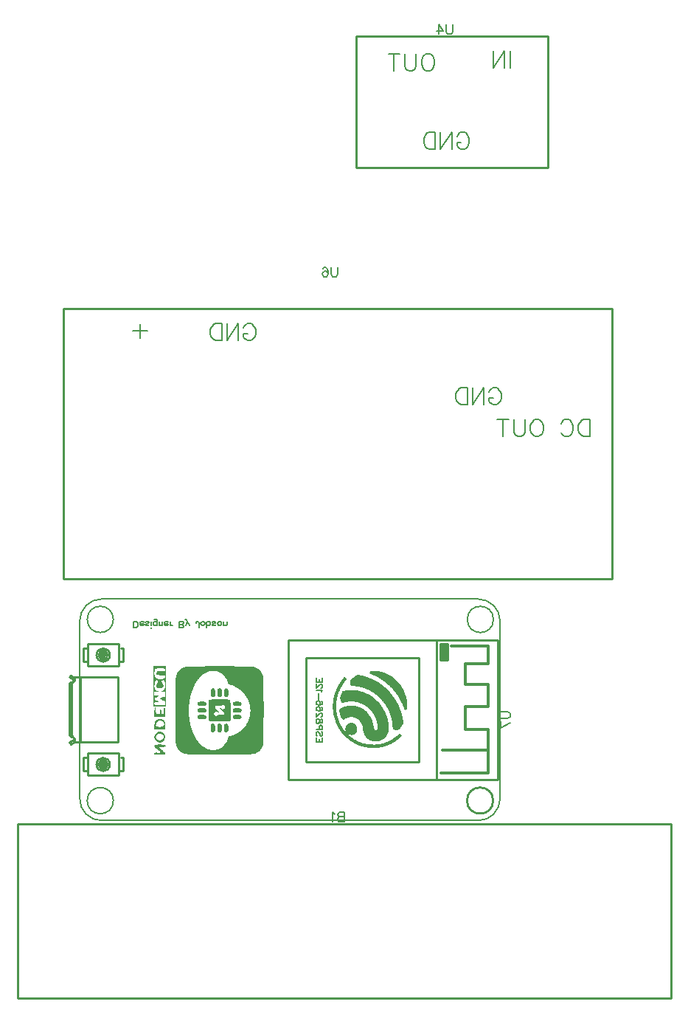
<source format=gbo>
G04 Layer: BottomSilkLayer*
G04 EasyEDA v6.2.34, 2019-08-10T09:13:35--4:00*
G04 cec1feb412d9436ebb02216d70db0232,603e5982b1a64880906022400fb7a34d,10*
G04 Gerber Generator version 0.2*
G04 Scale: 100 percent, Rotated: No, Reflected: No *
G04 Dimensions in millimeters *
G04 leading zeros omitted , absolute positions ,3 integer and 3 decimal *
%FSLAX33Y33*%
%MOMM*%
G90*
G71D02*

%ADD10C,0.254000*%
%ADD23C,0.152400*%
%ADD24C,0.203200*%
%ADD26C,0.299720*%
%ADD27C,0.711200*%
%ADD28C,0.200000*%
%ADD29C,0.127000*%

%LPD*%

%LPD*%
G36*
G01X23315Y44470D02*
G01X22768Y44470D01*
G01X22677Y44469D01*
G01X22225Y44469D01*
G01X22136Y44468D01*
G01X21958Y44468D01*
G01X21870Y44467D01*
G01X21783Y44466D01*
G01X21696Y44466D01*
G01X21610Y44465D01*
G01X21524Y44465D01*
G01X21440Y44464D01*
G01X21356Y44464D01*
G01X21273Y44463D01*
G01X21191Y44463D01*
G01X21110Y44462D01*
G01X21030Y44461D01*
G01X20950Y44461D01*
G01X20872Y44460D01*
G01X20795Y44459D01*
G01X20719Y44458D01*
G01X20644Y44458D01*
G01X20570Y44457D01*
G01X20498Y44456D01*
G01X20427Y44455D01*
G01X20358Y44454D01*
G01X20222Y44452D01*
G01X20157Y44451D01*
G01X20093Y44450D01*
G01X20031Y44449D01*
G01X19971Y44448D01*
G01X19912Y44446D01*
G01X19855Y44445D01*
G01X19799Y44444D01*
G01X19745Y44443D01*
G01X19694Y44442D01*
G01X19643Y44440D01*
G01X19549Y44438D01*
G01X19505Y44436D01*
G01X19464Y44434D01*
G01X19423Y44433D01*
G01X19386Y44431D01*
G01X19350Y44430D01*
G01X19317Y44428D01*
G01X19286Y44427D01*
G01X19257Y44425D01*
G01X19230Y44423D01*
G01X19206Y44422D01*
G01X19185Y44420D01*
G01X19166Y44418D01*
G01X19150Y44416D01*
G01X19135Y44415D01*
G01X19124Y44413D01*
G01X19116Y44411D01*
G01X19060Y44395D01*
G01X19006Y44378D01*
G01X18952Y44358D01*
G01X18900Y44336D01*
G01X18848Y44312D01*
G01X18797Y44286D01*
G01X18747Y44259D01*
G01X18699Y44229D01*
G01X18651Y44198D01*
G01X18605Y44165D01*
G01X18560Y44130D01*
G01X18517Y44094D01*
G01X18474Y44056D01*
G01X18433Y44016D01*
G01X18394Y43976D01*
G01X18356Y43934D01*
G01X18320Y43890D01*
G01X18284Y43845D01*
G01X18251Y43798D01*
G01X18220Y43751D01*
G01X18191Y43703D01*
G01X18163Y43653D01*
G01X18137Y43602D01*
G01X18113Y43551D01*
G01X18091Y43498D01*
G01X18072Y43445D01*
G01X18054Y43391D01*
G01X18039Y43335D01*
G01X18037Y43327D01*
G01X18035Y43315D01*
G01X18033Y43301D01*
G01X18031Y43285D01*
G01X18029Y43266D01*
G01X18028Y43244D01*
G01X18026Y43220D01*
G01X18024Y43194D01*
G01X18023Y43165D01*
G01X18021Y43134D01*
G01X18019Y43100D01*
G01X18018Y43065D01*
G01X18016Y43027D01*
G01X18015Y42987D01*
G01X18013Y42945D01*
G01X18012Y42901D01*
G01X18011Y42855D01*
G01X18009Y42807D01*
G01X18008Y42757D01*
G01X18007Y42705D01*
G01X18005Y42651D01*
G01X18004Y42596D01*
G01X18003Y42539D01*
G01X18001Y42480D01*
G01X18000Y42419D01*
G01X17999Y42357D01*
G01X17998Y42293D01*
G01X17997Y42228D01*
G01X17996Y42161D01*
G01X17995Y42093D01*
G01X17994Y42023D01*
G01X17993Y41952D01*
G01X17992Y41880D01*
G01X17991Y41806D01*
G01X17990Y41731D01*
G01X17990Y41655D01*
G01X17989Y41579D01*
G01X17987Y41421D01*
G01X17987Y41341D01*
G01X17985Y41177D01*
G01X17985Y41094D01*
G01X17984Y41011D01*
G01X17984Y40926D01*
G01X17983Y40840D01*
G01X17983Y40755D01*
G01X17982Y40668D01*
G01X17982Y40492D01*
G01X17981Y40404D01*
G01X17981Y40226D01*
G01X17980Y40136D01*
G01X17980Y39683D01*
G01X17979Y39592D01*
G01X17979Y39226D01*
G01X17980Y39136D01*
G01X17980Y38682D01*
G01X17981Y38592D01*
G01X17981Y38414D01*
G01X17982Y38326D01*
G01X17982Y38151D01*
G01X17983Y37978D01*
G01X17984Y37892D01*
G01X17984Y37808D01*
G01X17985Y37724D01*
G01X17985Y37641D01*
G01X17987Y37477D01*
G01X17987Y37397D01*
G01X17988Y37318D01*
G01X17989Y37240D01*
G01X17990Y37163D01*
G01X17990Y37087D01*
G01X17991Y37012D01*
G01X17992Y36938D01*
G01X17993Y36866D01*
G01X17994Y36795D01*
G01X17995Y36726D01*
G01X17997Y36590D01*
G01X17998Y36525D01*
G01X17999Y36461D01*
G01X18000Y36399D01*
G01X18001Y36338D01*
G01X18003Y36280D01*
G01X18004Y36223D01*
G01X18005Y36167D01*
G01X18007Y36113D01*
G01X18009Y36011D01*
G01X18011Y35964D01*
G01X18012Y35917D01*
G01X18013Y35873D01*
G01X18015Y35831D01*
G01X18016Y35791D01*
G01X18018Y35754D01*
G01X18019Y35718D01*
G01X18021Y35685D01*
G01X18023Y35654D01*
G01X18024Y35625D01*
G01X18026Y35598D01*
G01X18028Y35574D01*
G01X18029Y35553D01*
G01X18031Y35534D01*
G01X18033Y35517D01*
G01X18035Y35503D01*
G01X18037Y35492D01*
G01X18039Y35483D01*
G01X18054Y35428D01*
G01X18072Y35374D01*
G01X18091Y35320D01*
G01X18113Y35268D01*
G01X18137Y35216D01*
G01X18163Y35165D01*
G01X18191Y35116D01*
G01X18220Y35067D01*
G01X18251Y35020D01*
G01X18284Y34973D01*
G01X18356Y34885D01*
G01X18394Y34843D01*
G01X18433Y34802D01*
G01X18474Y34763D01*
G01X18517Y34725D01*
G01X18560Y34689D01*
G01X18605Y34653D01*
G01X18651Y34620D01*
G01X18699Y34589D01*
G01X18747Y34560D01*
G01X18797Y34532D01*
G01X18848Y34506D01*
G01X18900Y34483D01*
G01X18952Y34461D01*
G01X19006Y34441D01*
G01X19060Y34423D01*
G01X19116Y34408D01*
G01X19124Y34406D01*
G01X19135Y34404D01*
G01X19150Y34402D01*
G01X19166Y34400D01*
G01X19185Y34398D01*
G01X19206Y34397D01*
G01X19230Y34395D01*
G01X19257Y34393D01*
G01X19285Y34392D01*
G01X19317Y34390D01*
G01X19350Y34389D01*
G01X19385Y34387D01*
G01X19423Y34386D01*
G01X19463Y34384D01*
G01X19505Y34383D01*
G01X19549Y34381D01*
G01X19595Y34380D01*
G01X19643Y34379D01*
G01X19693Y34377D01*
G01X19745Y34376D01*
G01X19798Y34375D01*
G01X19854Y34374D01*
G01X19911Y34372D01*
G01X19970Y34371D01*
G01X20030Y34370D01*
G01X20093Y34368D01*
G01X20156Y34367D01*
G01X20222Y34366D01*
G01X20289Y34365D01*
G01X20357Y34364D01*
G01X20427Y34363D01*
G01X20498Y34363D01*
G01X20570Y34362D01*
G01X20718Y34360D01*
G01X20794Y34359D01*
G01X20871Y34358D01*
G01X20949Y34358D01*
G01X21109Y34356D01*
G01X21190Y34356D01*
G01X21273Y34355D01*
G01X21355Y34354D01*
G01X21439Y34354D01*
G01X21524Y34353D01*
G01X21609Y34353D01*
G01X21695Y34352D01*
G01X21869Y34352D01*
G01X21957Y34351D01*
G01X22135Y34351D01*
G01X22224Y34350D01*
G01X22494Y34350D01*
G01X22585Y34349D01*
G01X23497Y34349D01*
G01X23587Y34350D01*
G01X23768Y34350D01*
G01X23947Y34351D01*
G01X24124Y34351D01*
G01X24212Y34352D01*
G01X24386Y34352D01*
G01X24472Y34353D01*
G01X24558Y34353D01*
G01X24642Y34354D01*
G01X24726Y34354D01*
G01X24809Y34355D01*
G01X24891Y34356D01*
G01X24972Y34356D01*
G01X25053Y34357D01*
G01X25132Y34358D01*
G01X25210Y34358D01*
G01X25287Y34359D01*
G01X25363Y34360D01*
G01X25438Y34361D01*
G01X25512Y34362D01*
G01X25584Y34363D01*
G01X25655Y34363D01*
G01X25725Y34364D01*
G01X25793Y34365D01*
G01X25925Y34367D01*
G01X25989Y34368D01*
G01X26051Y34370D01*
G01X26111Y34371D01*
G01X26170Y34372D01*
G01X26228Y34374D01*
G01X26283Y34375D01*
G01X26337Y34376D01*
G01X26389Y34377D01*
G01X26438Y34379D01*
G01X26486Y34380D01*
G01X26532Y34381D01*
G01X26577Y34383D01*
G01X26618Y34384D01*
G01X26658Y34386D01*
G01X26696Y34387D01*
G01X26731Y34389D01*
G01X26765Y34390D01*
G01X26796Y34392D01*
G01X26825Y34393D01*
G01X26851Y34395D01*
G01X26875Y34397D01*
G01X26897Y34398D01*
G01X26915Y34400D01*
G01X26932Y34402D01*
G01X26946Y34404D01*
G01X26957Y34406D01*
G01X26966Y34408D01*
G01X27021Y34423D01*
G01X27074Y34441D01*
G01X27127Y34460D01*
G01X27179Y34482D01*
G01X27230Y34506D01*
G01X27281Y34531D01*
G01X27330Y34558D01*
G01X27379Y34588D01*
G01X27426Y34619D01*
G01X27472Y34651D01*
G01X27517Y34686D01*
G01X27561Y34722D01*
G01X27603Y34760D01*
G01X27644Y34798D01*
G01X27684Y34839D01*
G01X27722Y34881D01*
G01X27758Y34924D01*
G01X27793Y34968D01*
G01X27827Y35014D01*
G01X27858Y35060D01*
G01X27888Y35108D01*
G01X27916Y35157D01*
G01X27942Y35207D01*
G01X27965Y35257D01*
G01X27988Y35309D01*
G01X28008Y35362D01*
G01X28025Y35414D01*
G01X28041Y35468D01*
G01X28043Y35476D01*
G01X28045Y35488D01*
G01X28047Y35501D01*
G01X28048Y35517D01*
G01X28050Y35536D01*
G01X28052Y35557D01*
G01X28053Y35581D01*
G01X28055Y35607D01*
G01X28056Y35635D01*
G01X28058Y35666D01*
G01X28060Y35699D01*
G01X28061Y35735D01*
G01X28062Y35773D01*
G01X28064Y35812D01*
G01X28065Y35854D01*
G01X28067Y35898D01*
G01X28069Y35944D01*
G01X28070Y35992D01*
G01X28071Y36042D01*
G01X28072Y36094D01*
G01X28074Y36147D01*
G01X28075Y36203D01*
G01X28076Y36260D01*
G01X28077Y36319D01*
G01X28078Y36380D01*
G01X28079Y36442D01*
G01X28080Y36506D01*
G01X28081Y36571D01*
G01X28082Y36638D01*
G01X28083Y36706D01*
G01X28084Y36776D01*
G01X28085Y36847D01*
G01X28087Y36993D01*
G01X28088Y37068D01*
G01X28089Y37144D01*
G01X28089Y37221D01*
G01X28091Y37379D01*
G01X28092Y37460D01*
G01X28092Y37541D01*
G01X28093Y37624D01*
G01X28093Y37707D01*
G01X28094Y37791D01*
G01X28095Y37876D01*
G01X28095Y37962D01*
G01X28096Y38048D01*
G01X28096Y38135D01*
G01X28097Y38311D01*
G01X28097Y38488D01*
G01X28099Y38668D01*
G01X28099Y39123D01*
G01X28100Y39214D01*
G01X28100Y39764D01*
G01X28099Y39855D01*
G01X28099Y40217D01*
G01X28098Y40307D01*
G01X28098Y40396D01*
G01X28097Y40485D01*
G01X28097Y40661D01*
G01X28096Y40748D01*
G01X28096Y40834D01*
G01X28095Y40920D01*
G01X28095Y41005D01*
G01X28094Y41089D01*
G01X28094Y41173D01*
G01X28093Y41255D01*
G01X28093Y41336D01*
G01X28092Y41417D01*
G01X28091Y41496D01*
G01X28091Y41575D01*
G01X28090Y41652D01*
G01X28088Y41804D01*
G01X28088Y41877D01*
G01X28087Y41950D01*
G01X28086Y42021D01*
G01X28085Y42091D01*
G01X28084Y42159D01*
G01X28083Y42226D01*
G01X28082Y42292D01*
G01X28081Y42356D01*
G01X28080Y42418D01*
G01X28079Y42479D01*
G01X28078Y42538D01*
G01X28077Y42596D01*
G01X28075Y42651D01*
G01X28074Y42705D01*
G01X28073Y42757D01*
G01X28072Y42807D01*
G01X28070Y42855D01*
G01X28069Y42901D01*
G01X28068Y42945D01*
G01X28066Y42987D01*
G01X28065Y43027D01*
G01X28063Y43064D01*
G01X28062Y43100D01*
G01X28060Y43134D01*
G01X28059Y43164D01*
G01X28057Y43193D01*
G01X28055Y43219D01*
G01X28054Y43243D01*
G01X28052Y43265D01*
G01X28050Y43284D01*
G01X28049Y43300D01*
G01X28047Y43314D01*
G01X28045Y43325D01*
G01X28043Y43333D01*
G01X28028Y43389D01*
G01X28010Y43443D01*
G01X27990Y43497D01*
G01X27968Y43550D01*
G01X27945Y43601D01*
G01X27919Y43652D01*
G01X27891Y43701D01*
G01X27862Y43750D01*
G01X27830Y43797D01*
G01X27797Y43844D01*
G01X27763Y43889D01*
G01X27726Y43933D01*
G01X27689Y43975D01*
G01X27649Y44016D01*
G01X27608Y44056D01*
G01X27566Y44093D01*
G01X27522Y44130D01*
G01X27477Y44164D01*
G01X27431Y44197D01*
G01X27384Y44229D01*
G01X27335Y44258D01*
G01X27286Y44286D01*
G01X27235Y44312D01*
G01X27183Y44335D01*
G01X27131Y44357D01*
G01X27077Y44377D01*
G01X27023Y44395D01*
G01X26968Y44410D01*
G01X26959Y44412D01*
G01X26948Y44414D01*
G01X26934Y44416D01*
G01X26917Y44418D01*
G01X26898Y44419D01*
G01X26877Y44421D01*
G01X26853Y44423D01*
G01X26826Y44424D01*
G01X26798Y44426D01*
G01X26767Y44428D01*
G01X26733Y44429D01*
G01X26697Y44431D01*
G01X26660Y44432D01*
G01X26620Y44434D01*
G01X26578Y44436D01*
G01X26534Y44437D01*
G01X26488Y44438D01*
G01X26439Y44440D01*
G01X26390Y44441D01*
G01X26338Y44442D01*
G01X26284Y44444D01*
G01X26229Y44445D01*
G01X26171Y44446D01*
G01X26112Y44447D01*
G01X26052Y44448D01*
G01X25990Y44449D01*
G01X25926Y44451D01*
G01X25794Y44453D01*
G01X25726Y44454D01*
G01X25656Y44455D01*
G01X25585Y44455D01*
G01X25439Y44457D01*
G01X25364Y44458D01*
G01X25288Y44459D01*
G01X25211Y44460D01*
G01X25133Y44460D01*
G01X25054Y44461D01*
G01X24973Y44462D01*
G01X24892Y44462D01*
G01X24810Y44463D01*
G01X24727Y44464D01*
G01X24643Y44464D01*
G01X24558Y44465D01*
G01X24473Y44465D01*
G01X24387Y44466D01*
G01X24300Y44466D01*
G01X24213Y44467D01*
G01X24125Y44467D01*
G01X24037Y44468D01*
G01X23858Y44468D01*
G01X23768Y44469D01*
G01X23407Y44469D01*
G01X23315Y44470D01*
G37*

%LPC*%
G36*
G01X22345Y43949D02*
G01X22290Y43951D01*
G01X22234Y43950D01*
G01X22178Y43947D01*
G01X22134Y43943D01*
G01X22089Y43938D01*
G01X22045Y43932D01*
G01X22001Y43925D01*
G01X21957Y43917D01*
G01X21914Y43908D01*
G01X21870Y43898D01*
G01X21827Y43886D01*
G01X21785Y43874D01*
G01X21742Y43860D01*
G01X21700Y43846D01*
G01X21616Y43814D01*
G01X21534Y43778D01*
G01X21492Y43758D01*
G01X21452Y43738D01*
G01X21412Y43717D01*
G01X21332Y43671D01*
G01X21293Y43647D01*
G01X21254Y43622D01*
G01X21215Y43596D01*
G01X21176Y43569D01*
G01X21138Y43541D01*
G01X21101Y43512D01*
G01X21063Y43483D01*
G01X21026Y43453D01*
G01X20990Y43421D01*
G01X20953Y43389D01*
G01X20917Y43356D01*
G01X20881Y43322D01*
G01X20811Y43252D01*
G01X20776Y43216D01*
G01X20742Y43179D01*
G01X20708Y43141D01*
G01X20675Y43103D01*
G01X20609Y43023D01*
G01X20577Y42983D01*
G01X20545Y42941D01*
G01X20482Y42856D01*
G01X20451Y42812D01*
G01X20421Y42767D01*
G01X20391Y42723D01*
G01X20361Y42676D01*
G01X20332Y42630D01*
G01X20303Y42583D01*
G01X20247Y42487D01*
G01X20220Y42438D01*
G01X20193Y42388D01*
G01X20167Y42338D01*
G01X20141Y42287D01*
G01X20090Y42184D01*
G01X20066Y42131D01*
G01X20041Y42077D01*
G01X19994Y41970D01*
G01X19972Y41915D01*
G01X19906Y41747D01*
G01X19886Y41690D01*
G01X19865Y41632D01*
G01X19846Y41574D01*
G01X19826Y41516D01*
G01X19808Y41458D01*
G01X19772Y41338D01*
G01X19755Y41278D01*
G01X19738Y41217D01*
G01X19706Y41095D01*
G01X19677Y40971D01*
G01X19663Y40908D01*
G01X19637Y40782D01*
G01X19613Y40654D01*
G01X19602Y40590D01*
G01X19592Y40525D01*
G01X19581Y40460D01*
G01X19572Y40395D01*
G01X19564Y40329D01*
G01X19555Y40263D01*
G01X19548Y40197D01*
G01X19541Y40130D01*
G01X19535Y40064D01*
G01X19523Y39930D01*
G01X19515Y39794D01*
G01X19509Y39658D01*
G01X19507Y39590D01*
G01X19506Y39521D01*
G01X19505Y39453D01*
G01X19505Y39384D01*
G01X19506Y39315D01*
G01X19507Y39245D01*
G01X19511Y39107D01*
G01X19518Y38967D01*
G01X19523Y38898D01*
G01X19529Y38828D01*
G01X19534Y38758D01*
G01X19548Y38618D01*
G01X19556Y38548D01*
G01X19565Y38477D01*
G01X19574Y38407D01*
G01X19584Y38337D01*
G01X19596Y38266D01*
G01X19607Y38196D01*
G01X19620Y38124D01*
G01X19633Y38051D01*
G01X19647Y37980D01*
G01X19662Y37909D01*
G01X19677Y37839D01*
G01X19694Y37770D01*
G01X19710Y37700D01*
G01X19728Y37632D01*
G01X19745Y37565D01*
G01X19764Y37498D01*
G01X19784Y37432D01*
G01X19803Y37366D01*
G01X19824Y37301D01*
G01X19845Y37237D01*
G01X19866Y37174D01*
G01X19889Y37111D01*
G01X19935Y36987D01*
G01X19983Y36867D01*
G01X20033Y36749D01*
G01X20060Y36692D01*
G01X20086Y36635D01*
G01X20113Y36579D01*
G01X20141Y36523D01*
G01X20169Y36469D01*
G01X20198Y36415D01*
G01X20227Y36362D01*
G01X20257Y36310D01*
G01X20286Y36259D01*
G01X20317Y36208D01*
G01X20379Y36110D01*
G01X20443Y36014D01*
G01X20509Y35922D01*
G01X20577Y35834D01*
G01X20611Y35791D01*
G01X20646Y35749D01*
G01X20681Y35708D01*
G01X20716Y35668D01*
G01X20788Y35590D01*
G01X20824Y35553D01*
G01X20862Y35517D01*
G01X20899Y35480D01*
G01X20936Y35446D01*
G01X20974Y35412D01*
G01X21012Y35379D01*
G01X21051Y35348D01*
G01X21089Y35317D01*
G01X21128Y35287D01*
G01X21168Y35258D01*
G01X21207Y35230D01*
G01X21247Y35203D01*
G01X21287Y35177D01*
G01X21328Y35152D01*
G01X21369Y35128D01*
G01X21409Y35105D01*
G01X21450Y35083D01*
G01X21492Y35062D01*
G01X21534Y35043D01*
G01X21575Y35024D01*
G01X21617Y35006D01*
G01X21659Y34989D01*
G01X21702Y34974D01*
G01X21744Y34959D01*
G01X21830Y34933D01*
G01X21873Y34922D01*
G01X21916Y34912D01*
G01X21959Y34903D01*
G01X22003Y34895D01*
G01X22047Y34888D01*
G01X22090Y34882D01*
G01X22134Y34877D01*
G01X22178Y34874D01*
G01X22222Y34872D01*
G01X22266Y34871D01*
G01X22310Y34871D01*
G01X22355Y34872D01*
G01X22399Y34874D01*
G01X22443Y34877D01*
G01X22488Y34882D01*
G01X22533Y34888D01*
G01X22577Y34895D01*
G01X22622Y34903D01*
G01X22666Y34913D01*
G01X22756Y34935D01*
G01X22801Y34949D01*
G01X22845Y34963D01*
G01X22890Y34979D01*
G01X22935Y34996D01*
G01X22979Y35014D01*
G01X23024Y35033D01*
G01X23068Y35054D01*
G01X23120Y35081D01*
G01X23172Y35110D01*
G01X23223Y35143D01*
G01X23275Y35179D01*
G01X23325Y35217D01*
G01X23375Y35258D01*
G01X23424Y35302D01*
G01X23472Y35348D01*
G01X23519Y35395D01*
G01X23565Y35445D01*
G01X23609Y35496D01*
G01X23693Y35602D01*
G01X23732Y35657D01*
G01X23769Y35713D01*
G01X23804Y35770D01*
G01X23837Y35827D01*
G01X23868Y35885D01*
G01X23896Y35943D01*
G01X23922Y36001D01*
G01X23944Y36059D01*
G01X23964Y36116D01*
G01X23981Y36173D01*
G01X23994Y36229D01*
G01X24017Y36324D01*
G01X24041Y36383D01*
G01X24073Y36415D01*
G01X24118Y36431D01*
G01X24177Y36445D01*
G01X24235Y36459D01*
G01X24293Y36475D01*
G01X24349Y36491D01*
G01X24406Y36508D01*
G01X24462Y36526D01*
G01X24518Y36545D01*
G01X24572Y36565D01*
G01X24627Y36586D01*
G01X24681Y36608D01*
G01X24734Y36631D01*
G01X24786Y36654D01*
G01X24838Y36679D01*
G01X24940Y36731D01*
G01X24991Y36758D01*
G01X25040Y36786D01*
G01X25089Y36815D01*
G01X25137Y36844D01*
G01X25185Y36875D01*
G01X25231Y36906D01*
G01X25278Y36938D01*
G01X25368Y37004D01*
G01X25456Y37074D01*
G01X25499Y37109D01*
G01X25541Y37146D01*
G01X25623Y37220D01*
G01X25663Y37259D01*
G01X25702Y37298D01*
G01X25740Y37338D01*
G01X25777Y37378D01*
G01X25815Y37419D01*
G01X25851Y37461D01*
G01X25886Y37503D01*
G01X25954Y37589D01*
G01X26019Y37677D01*
G01X26081Y37767D01*
G01X26111Y37814D01*
G01X26139Y37860D01*
G01X26167Y37907D01*
G01X26195Y37955D01*
G01X26220Y38003D01*
G01X26246Y38051D01*
G01X26294Y38149D01*
G01X26338Y38249D01*
G01X26359Y38299D01*
G01X26379Y38350D01*
G01X26398Y38401D01*
G01X26417Y38453D01*
G01X26434Y38505D01*
G01X26450Y38557D01*
G01X26480Y38663D01*
G01X26493Y38716D01*
G01X26517Y38824D01*
G01X26527Y38878D01*
G01X26536Y38932D01*
G01X26545Y38987D01*
G01X26552Y39042D01*
G01X26559Y39096D01*
G01X26564Y39152D01*
G01X26568Y39207D01*
G01X26572Y39263D01*
G01X26574Y39318D01*
G01X26575Y39374D01*
G01X26575Y39487D01*
G01X26569Y39599D01*
G01X26565Y39656D01*
G01X26560Y39713D01*
G01X26553Y39769D01*
G01X26546Y39826D01*
G01X26537Y39883D01*
G01X26527Y39940D01*
G01X26516Y39997D01*
G01X26504Y40053D01*
G01X26491Y40110D01*
G01X26476Y40167D01*
G01X26460Y40227D01*
G01X26424Y40345D01*
G01X26404Y40403D01*
G01X26383Y40460D01*
G01X26361Y40517D01*
G01X26338Y40574D01*
G01X26314Y40630D01*
G01X26289Y40684D01*
G01X26262Y40739D01*
G01X26235Y40793D01*
G01X26207Y40846D01*
G01X26177Y40899D01*
G01X26147Y40951D01*
G01X26083Y41053D01*
G01X26049Y41103D01*
G01X26015Y41152D01*
G01X25980Y41201D01*
G01X25944Y41248D01*
G01X25906Y41295D01*
G01X25830Y41387D01*
G01X25790Y41432D01*
G01X25749Y41476D01*
G01X25707Y41519D01*
G01X25665Y41561D01*
G01X25622Y41603D01*
G01X25578Y41644D01*
G01X25533Y41683D01*
G01X25487Y41722D01*
G01X25441Y41760D01*
G01X25345Y41834D01*
G01X25296Y41870D01*
G01X25247Y41904D01*
G01X25196Y41938D01*
G01X25146Y41970D01*
G01X25094Y42002D01*
G01X25041Y42033D01*
G01X24989Y42063D01*
G01X24935Y42092D01*
G01X24880Y42120D01*
G01X24770Y42172D01*
G01X24713Y42197D01*
G01X24656Y42221D01*
G01X24540Y42265D01*
G01X24482Y42286D01*
G01X24422Y42305D01*
G01X24363Y42324D01*
G01X24302Y42342D01*
G01X24241Y42358D01*
G01X24180Y42373D01*
G01X24118Y42387D01*
G01X24073Y42403D01*
G01X24041Y42436D01*
G01X24017Y42494D01*
G01X23994Y42589D01*
G01X23982Y42643D01*
G01X23967Y42696D01*
G01X23951Y42749D01*
G01X23932Y42801D01*
G01X23912Y42853D01*
G01X23890Y42903D01*
G01X23866Y42953D01*
G01X23841Y43002D01*
G01X23814Y43051D01*
G01X23785Y43098D01*
G01X23755Y43145D01*
G01X23723Y43190D01*
G01X23689Y43235D01*
G01X23655Y43279D01*
G01X23618Y43321D01*
G01X23580Y43363D01*
G01X23542Y43403D01*
G01X23502Y43443D01*
G01X23460Y43481D01*
G01X23418Y43518D01*
G01X23374Y43554D01*
G01X23329Y43588D01*
G01X23284Y43621D01*
G01X23237Y43653D01*
G01X23190Y43683D01*
G01X23141Y43712D01*
G01X23092Y43740D01*
G01X22992Y43790D01*
G01X22940Y43813D01*
G01X22888Y43834D01*
G01X22836Y43853D01*
G01X22783Y43871D01*
G01X22729Y43887D01*
G01X22676Y43902D01*
G01X22621Y43914D01*
G01X22566Y43925D01*
G01X22512Y43934D01*
G01X22456Y43941D01*
G01X22401Y43946D01*
G01X22345Y43949D01*
G37*

%LPD*%
G36*
G01X23088Y41934D02*
G01X23041Y41936D01*
G01X22994Y41934D01*
G01X22953Y41928D01*
G01X22917Y41916D01*
G01X22887Y41899D01*
G01X22861Y41875D01*
G01X22839Y41844D01*
G01X22821Y41805D01*
G01X22807Y41758D01*
G01X22796Y41703D01*
G01X22788Y41637D01*
G01X22782Y41562D01*
G01X22778Y41475D01*
G01X22777Y41388D01*
G01X22777Y41311D01*
G01X22780Y41243D01*
G01X22785Y41184D01*
G01X22793Y41133D01*
G01X22805Y41090D01*
G01X22819Y41053D01*
G01X22837Y41022D01*
G01X22859Y40997D01*
G01X22884Y40976D01*
G01X22914Y40959D01*
G01X22949Y40945D01*
G01X22995Y40933D01*
G01X23042Y40930D01*
G01X23089Y40934D01*
G01X23133Y40946D01*
G01X23174Y40965D01*
G01X23212Y40991D01*
G01X23244Y41023D01*
G01X23268Y41060D01*
G01X23279Y41085D01*
G01X23287Y41118D01*
G01X23294Y41157D01*
G01X23299Y41205D01*
G01X23303Y41261D01*
G01X23305Y41324D01*
G01X23305Y41396D01*
G01X23303Y41475D01*
G01X23299Y41562D01*
G01X23294Y41637D01*
G01X23286Y41703D01*
G01X23275Y41758D01*
G01X23260Y41805D01*
G01X23243Y41844D01*
G01X23221Y41875D01*
G01X23195Y41899D01*
G01X23164Y41916D01*
G01X23129Y41928D01*
G01X23088Y41934D01*
G37*

%LPD*%
G36*
G01X22327Y41933D02*
G01X22282Y41936D01*
G01X22238Y41933D01*
G01X22198Y41924D01*
G01X22164Y41910D01*
G01X22133Y41889D01*
G01X22107Y41860D01*
G01X22085Y41825D01*
G01X22068Y41782D01*
G01X22053Y41729D01*
G01X22043Y41669D01*
G01X22036Y41599D01*
G01X22031Y41520D01*
G01X22030Y41431D01*
G01X22031Y41341D01*
G01X22036Y41262D01*
G01X22043Y41192D01*
G01X22053Y41131D01*
G01X22068Y41080D01*
G01X22085Y41036D01*
G01X22107Y41000D01*
G01X22133Y40972D01*
G01X22164Y40951D01*
G01X22198Y40936D01*
G01X22238Y40928D01*
G01X22282Y40925D01*
G01X22323Y40932D01*
G01X22369Y40950D01*
G01X22413Y40976D01*
G01X22453Y41008D01*
G01X22478Y41035D01*
G01X22498Y41062D01*
G01X22513Y41092D01*
G01X22523Y41129D01*
G01X22529Y41178D01*
G01X22533Y41242D01*
G01X22535Y41325D01*
G01X22535Y41431D01*
G01X22534Y41520D01*
G01X22530Y41599D01*
G01X22523Y41669D01*
G01X22512Y41729D01*
G01X22498Y41782D01*
G01X22480Y41825D01*
G01X22458Y41860D01*
G01X22432Y41889D01*
G01X22402Y41910D01*
G01X22367Y41924D01*
G01X22327Y41933D01*
G37*

%LPD*%
G36*
G01X23843Y41928D02*
G01X23799Y41932D01*
G01X23755Y41928D01*
G01X23711Y41912D01*
G01X23669Y41888D01*
G01X23629Y41853D01*
G01X23603Y41826D01*
G01X23583Y41799D01*
G01X23569Y41769D01*
G01X23559Y41731D01*
G01X23552Y41683D01*
G01X23548Y41619D01*
G01X23547Y41536D01*
G01X23546Y41431D01*
G01X23548Y41341D01*
G01X23552Y41262D01*
G01X23559Y41192D01*
G01X23570Y41131D01*
G01X23584Y41080D01*
G01X23602Y41036D01*
G01X23624Y41000D01*
G01X23649Y40972D01*
G01X23680Y40951D01*
G01X23714Y40936D01*
G01X23754Y40928D01*
G01X23799Y40925D01*
G01X23839Y40932D01*
G01X23885Y40950D01*
G01X23930Y40976D01*
G01X23969Y41008D01*
G01X23991Y41037D01*
G01X24010Y41075D01*
G01X24026Y41122D01*
G01X24040Y41176D01*
G01X24050Y41235D01*
G01X24057Y41298D01*
G01X24062Y41364D01*
G01X24063Y41431D01*
G01X24062Y41498D01*
G01X24057Y41564D01*
G01X24050Y41627D01*
G01X24040Y41686D01*
G01X24026Y41740D01*
G01X24010Y41786D01*
G01X23991Y41824D01*
G01X23969Y41853D01*
G01X23928Y41888D01*
G01X23886Y41912D01*
G01X23843Y41928D01*
G37*

%LPD*%
G36*
G01X21108Y40418D02*
G01X21019Y40420D01*
G01X20930Y40418D01*
G01X20850Y40414D01*
G01X20780Y40407D01*
G01X20720Y40396D01*
G01X20668Y40382D01*
G01X20624Y40364D01*
G01X20589Y40343D01*
G01X20561Y40317D01*
G01X20539Y40287D01*
G01X20525Y40252D01*
G01X20516Y40212D01*
G01X20514Y40167D01*
G01X20516Y40123D01*
G01X20525Y40083D01*
G01X20539Y40048D01*
G01X20561Y40018D01*
G01X20589Y39992D01*
G01X20624Y39970D01*
G01X20668Y39952D01*
G01X20720Y39938D01*
G01X20780Y39928D01*
G01X20850Y39920D01*
G01X20930Y39916D01*
G01X21019Y39914D01*
G01X21125Y39915D01*
G01X21207Y39917D01*
G01X21271Y39920D01*
G01X21320Y39927D01*
G01X21357Y39937D01*
G01X21388Y39952D01*
G01X21414Y39972D01*
G01X21442Y39997D01*
G01X21474Y40036D01*
G01X21500Y40081D01*
G01X21518Y40127D01*
G01X21524Y40167D01*
G01X21522Y40212D01*
G01X21513Y40252D01*
G01X21499Y40287D01*
G01X21477Y40317D01*
G01X21449Y40343D01*
G01X21414Y40364D01*
G01X21370Y40382D01*
G01X21318Y40396D01*
G01X21257Y40407D01*
G01X21188Y40414D01*
G01X21108Y40418D01*
G37*

%LPD*%
G36*
G01X25152Y40418D02*
G01X25062Y40420D01*
G01X24973Y40418D01*
G01X24894Y40414D01*
G01X24824Y40407D01*
G01X24763Y40396D01*
G01X24712Y40382D01*
G01X24668Y40364D01*
G01X24632Y40343D01*
G01X24604Y40317D01*
G01X24583Y40287D01*
G01X24568Y40252D01*
G01X24560Y40212D01*
G01X24557Y40167D01*
G01X24560Y40123D01*
G01X24568Y40083D01*
G01X24583Y40048D01*
G01X24604Y40018D01*
G01X24632Y39992D01*
G01X24668Y39970D01*
G01X24712Y39952D01*
G01X24763Y39938D01*
G01X24824Y39928D01*
G01X24894Y39920D01*
G01X24973Y39916D01*
G01X25062Y39914D01*
G01X25168Y39915D01*
G01X25251Y39917D01*
G01X25315Y39920D01*
G01X25363Y39927D01*
G01X25401Y39937D01*
G01X25432Y39952D01*
G01X25458Y39972D01*
G01X25485Y39997D01*
G01X25517Y40036D01*
G01X25544Y40081D01*
G01X25562Y40127D01*
G01X25568Y40167D01*
G01X25565Y40212D01*
G01X25556Y40252D01*
G01X25542Y40287D01*
G01X25521Y40317D01*
G01X25492Y40343D01*
G01X25457Y40364D01*
G01X25413Y40382D01*
G01X25361Y40396D01*
G01X25301Y40407D01*
G01X25231Y40414D01*
G01X25152Y40418D01*
G37*

%LPD*%
G36*
G01X21117Y39661D02*
G01X21019Y39662D01*
G01X20921Y39661D01*
G01X20836Y39658D01*
G01X20763Y39652D01*
G01X20702Y39643D01*
G01X20651Y39630D01*
G01X20610Y39614D01*
G01X20577Y39593D01*
G01X20552Y39567D01*
G01X20534Y39537D01*
G01X20522Y39500D01*
G01X20516Y39458D01*
G01X20514Y39409D01*
G01X20516Y39360D01*
G01X20522Y39318D01*
G01X20534Y39281D01*
G01X20552Y39251D01*
G01X20577Y39225D01*
G01X20610Y39205D01*
G01X20651Y39188D01*
G01X20702Y39176D01*
G01X20763Y39167D01*
G01X20836Y39161D01*
G01X20921Y39157D01*
G01X21019Y39156D01*
G01X21137Y39157D01*
G01X21229Y39158D01*
G01X21298Y39162D01*
G01X21350Y39168D01*
G01X21387Y39178D01*
G01X21415Y39192D01*
G01X21438Y39211D01*
G01X21460Y39236D01*
G01X21485Y39274D01*
G01X21506Y39320D01*
G01X21519Y39367D01*
G01X21524Y39409D01*
G01X21522Y39458D01*
G01X21516Y39500D01*
G01X21504Y39537D01*
G01X21486Y39567D01*
G01X21461Y39593D01*
G01X21428Y39614D01*
G01X21387Y39630D01*
G01X21336Y39643D01*
G01X21275Y39652D01*
G01X21201Y39658D01*
G01X21117Y39661D01*
G37*

%LPD*%
G36*
G01X25160Y39661D02*
G01X25062Y39662D01*
G01X24965Y39661D01*
G01X24880Y39658D01*
G01X24807Y39652D01*
G01X24746Y39643D01*
G01X24694Y39630D01*
G01X24653Y39614D01*
G01X24620Y39593D01*
G01X24595Y39567D01*
G01X24577Y39537D01*
G01X24565Y39500D01*
G01X24559Y39458D01*
G01X24557Y39409D01*
G01X24559Y39360D01*
G01X24565Y39318D01*
G01X24577Y39281D01*
G01X24595Y39251D01*
G01X24620Y39225D01*
G01X24653Y39205D01*
G01X24694Y39188D01*
G01X24746Y39176D01*
G01X24807Y39167D01*
G01X24880Y39161D01*
G01X24965Y39157D01*
G01X25062Y39156D01*
G01X25181Y39157D01*
G01X25273Y39158D01*
G01X25342Y39162D01*
G01X25393Y39168D01*
G01X25431Y39178D01*
G01X25459Y39192D01*
G01X25482Y39211D01*
G01X25504Y39236D01*
G01X25529Y39274D01*
G01X25549Y39320D01*
G01X25563Y39367D01*
G01X25568Y39409D01*
G01X25566Y39458D01*
G01X25560Y39500D01*
G01X25548Y39537D01*
G01X25530Y39567D01*
G01X25505Y39593D01*
G01X25472Y39614D01*
G01X25430Y39630D01*
G01X25379Y39643D01*
G01X25318Y39652D01*
G01X25245Y39658D01*
G01X25160Y39661D01*
G37*

%LPD*%
G36*
G01X21108Y38902D02*
G01X21019Y38904D01*
G01X20930Y38902D01*
G01X20850Y38898D01*
G01X20780Y38891D01*
G01X20720Y38881D01*
G01X20668Y38866D01*
G01X20624Y38849D01*
G01X20589Y38827D01*
G01X20561Y38801D01*
G01X20539Y38770D01*
G01X20525Y38735D01*
G01X20516Y38696D01*
G01X20514Y38651D01*
G01X20516Y38607D01*
G01X20525Y38567D01*
G01X20539Y38532D01*
G01X20561Y38502D01*
G01X20589Y38476D01*
G01X20624Y38454D01*
G01X20668Y38436D01*
G01X20720Y38422D01*
G01X20780Y38411D01*
G01X20850Y38404D01*
G01X20930Y38400D01*
G01X21019Y38398D01*
G01X21125Y38399D01*
G01X21207Y38400D01*
G01X21271Y38405D01*
G01X21320Y38411D01*
G01X21357Y38421D01*
G01X21388Y38436D01*
G01X21414Y38455D01*
G01X21442Y38481D01*
G01X21474Y38520D01*
G01X21500Y38565D01*
G01X21518Y38611D01*
G01X21524Y38651D01*
G01X21522Y38696D01*
G01X21513Y38735D01*
G01X21499Y38770D01*
G01X21477Y38801D01*
G01X21449Y38827D01*
G01X21414Y38849D01*
G01X21370Y38866D01*
G01X21318Y38881D01*
G01X21257Y38891D01*
G01X21188Y38898D01*
G01X21108Y38902D01*
G37*

%LPD*%
G36*
G01X25152Y38902D02*
G01X25062Y38904D01*
G01X24973Y38902D01*
G01X24894Y38898D01*
G01X24824Y38891D01*
G01X24763Y38881D01*
G01X24712Y38866D01*
G01X24668Y38849D01*
G01X24632Y38827D01*
G01X24604Y38801D01*
G01X24583Y38770D01*
G01X24568Y38735D01*
G01X24560Y38696D01*
G01X24557Y38651D01*
G01X24560Y38607D01*
G01X24568Y38567D01*
G01X24583Y38532D01*
G01X24604Y38502D01*
G01X24632Y38476D01*
G01X24668Y38454D01*
G01X24712Y38436D01*
G01X24763Y38422D01*
G01X24824Y38411D01*
G01X24894Y38404D01*
G01X24973Y38400D01*
G01X25062Y38398D01*
G01X25168Y38399D01*
G01X25251Y38400D01*
G01X25315Y38405D01*
G01X25363Y38411D01*
G01X25401Y38421D01*
G01X25432Y38436D01*
G01X25458Y38455D01*
G01X25485Y38481D01*
G01X25517Y38520D01*
G01X25544Y38565D01*
G01X25562Y38611D01*
G01X25568Y38651D01*
G01X25565Y38696D01*
G01X25556Y38735D01*
G01X25542Y38770D01*
G01X25521Y38801D01*
G01X25492Y38827D01*
G01X25457Y38849D01*
G01X25413Y38866D01*
G01X25361Y38881D01*
G01X25301Y38891D01*
G01X25231Y38898D01*
G01X25152Y38902D01*
G37*

%LPD*%
G36*
G01X23128Y40681D02*
G01X23041Y40682D01*
G01X22954Y40681D01*
G01X22868Y40681D01*
G01X22782Y40680D01*
G01X22698Y40679D01*
G01X22615Y40677D01*
G01X22534Y40675D01*
G01X22456Y40673D01*
G01X22380Y40671D01*
G01X22308Y40668D01*
G01X22239Y40664D01*
G01X22175Y40661D01*
G01X22114Y40656D01*
G01X22059Y40652D01*
G01X22008Y40648D01*
G01X21963Y40643D01*
G01X21925Y40637D01*
G01X21892Y40632D01*
G01X21867Y40626D01*
G01X21848Y40619D01*
G01X21837Y40612D01*
G01X21831Y40602D01*
G01X21824Y40583D01*
G01X21818Y40557D01*
G01X21813Y40525D01*
G01X21807Y40486D01*
G01X21802Y40442D01*
G01X21797Y40391D01*
G01X21793Y40335D01*
G01X21789Y40275D01*
G01X21786Y40210D01*
G01X21782Y40142D01*
G01X21779Y40069D01*
G01X21776Y39994D01*
G01X21774Y39915D01*
G01X21772Y39835D01*
G01X21771Y39752D01*
G01X21770Y39668D01*
G01X21769Y39582D01*
G01X21768Y39409D01*
G01X21768Y39322D01*
G01X21769Y39236D01*
G01X21769Y39151D01*
G01X21771Y39066D01*
G01X21772Y38984D01*
G01X21774Y38903D01*
G01X21776Y38825D01*
G01X21779Y38749D01*
G01X21782Y38677D01*
G01X21785Y38608D01*
G01X21789Y38543D01*
G01X21793Y38483D01*
G01X21797Y38427D01*
G01X21802Y38377D01*
G01X21807Y38332D01*
G01X21812Y38293D01*
G01X21818Y38261D01*
G01X21824Y38235D01*
G01X21830Y38217D01*
G01X21837Y38206D01*
G01X21846Y38198D01*
G01X21856Y38191D01*
G01X21868Y38185D01*
G01X21883Y38178D01*
G01X21900Y38173D01*
G01X21922Y38168D01*
G01X21948Y38164D01*
G01X21980Y38160D01*
G01X22016Y38157D01*
G01X22060Y38154D01*
G01X22110Y38151D01*
G01X22169Y38148D01*
G01X22235Y38146D01*
G01X22310Y38144D01*
G01X22395Y38143D01*
G01X22491Y38141D01*
G01X22596Y38140D01*
G01X22714Y38139D01*
G01X22843Y38137D01*
G01X22985Y38136D01*
G01X23150Y38135D01*
G01X23298Y38134D01*
G01X23433Y38133D01*
G01X23554Y38133D01*
G01X23664Y38134D01*
G01X23760Y38135D01*
G01X23846Y38137D01*
G01X23922Y38140D01*
G01X23987Y38144D01*
G01X24044Y38150D01*
G01X24093Y38156D01*
G01X24134Y38163D01*
G01X24169Y38171D01*
G01X24198Y38181D01*
G01X24221Y38192D01*
G01X24240Y38205D01*
G01X24255Y38219D01*
G01X24268Y38235D01*
G01X24278Y38252D01*
G01X24287Y38271D01*
G01X24292Y38289D01*
G01X24297Y38315D01*
G01X24301Y38349D01*
G01X24305Y38391D01*
G01X24308Y38440D01*
G01X24311Y38494D01*
G01X24313Y38555D01*
G01X24315Y38622D01*
G01X24317Y38694D01*
G01X24318Y38770D01*
G01X24319Y38850D01*
G01X24319Y39198D01*
G01X24318Y39289D01*
G01X24317Y39382D01*
G01X24313Y39568D01*
G01X24311Y39660D01*
G01X24309Y39750D01*
G01X24306Y39839D01*
G01X24303Y39926D01*
G01X24300Y40010D01*
G01X24296Y40091D01*
G01X24293Y40167D01*
G01X24289Y40240D01*
G01X24284Y40307D01*
G01X24280Y40370D01*
G01X24276Y40426D01*
G01X24271Y40476D01*
G01X24266Y40519D01*
G01X24261Y40555D01*
G01X24255Y40583D01*
G01X24250Y40602D01*
G01X24244Y40612D01*
G01X24234Y40619D01*
G01X24215Y40626D01*
G01X24189Y40632D01*
G01X24157Y40637D01*
G01X24118Y40643D01*
G01X24073Y40648D01*
G01X24023Y40652D01*
G01X23967Y40657D01*
G01X23907Y40661D01*
G01X23842Y40665D01*
G01X23773Y40668D01*
G01X23701Y40671D01*
G01X23626Y40673D01*
G01X23547Y40675D01*
G01X23467Y40677D01*
G01X23384Y40679D01*
G01X23299Y40680D01*
G01X23128Y40681D01*
G37*

%LPC*%
G36*
G01X23454Y40032D02*
G01X23412Y40038D01*
G01X23369Y40034D01*
G01X23326Y40020D01*
G01X23283Y39997D01*
G01X23240Y39963D01*
G01X23223Y39950D01*
G01X23198Y39941D01*
G01X23165Y39932D01*
G01X23124Y39925D01*
G01X23074Y39920D01*
G01X23014Y39917D01*
G01X22943Y39915D01*
G01X22861Y39914D01*
G01X22535Y39914D01*
G01X22535Y39787D01*
G01X22537Y39748D01*
G01X22543Y39713D01*
G01X22555Y39678D01*
G01X22575Y39642D01*
G01X22604Y39602D01*
G01X22646Y39554D01*
G01X22701Y39497D01*
G01X22771Y39426D01*
G01X22863Y39333D01*
G01X22938Y39253D01*
G01X22989Y39194D01*
G01X23007Y39166D01*
G01X22992Y39142D01*
G01X22951Y39143D01*
G01X22894Y39165D01*
G01X22829Y39207D01*
G01X22781Y39239D01*
G01X22731Y39260D01*
G01X22683Y39271D01*
G01X22636Y39272D01*
G01X22592Y39265D01*
G01X22551Y39249D01*
G01X22514Y39227D01*
G01X22481Y39200D01*
G01X22455Y39167D01*
G01X22434Y39129D01*
G01X22422Y39089D01*
G01X22417Y39046D01*
G01X22422Y39002D01*
G01X22436Y38957D01*
G01X22462Y38912D01*
G01X22499Y38867D01*
G01X22541Y38831D01*
G01X22584Y38804D01*
G01X22626Y38787D01*
G01X22668Y38780D01*
G01X22712Y38784D01*
G01X22754Y38798D01*
G01X22798Y38822D01*
G01X22841Y38856D01*
G01X22859Y38868D01*
G01X22884Y38878D01*
G01X22916Y38886D01*
G01X22957Y38893D01*
G01X23007Y38898D01*
G01X23068Y38901D01*
G01X23138Y38903D01*
G01X23220Y38904D01*
G01X23546Y38904D01*
G01X23546Y39031D01*
G01X23545Y39071D01*
G01X23539Y39106D01*
G01X23527Y39140D01*
G01X23507Y39176D01*
G01X23477Y39217D01*
G01X23436Y39264D01*
G01X23381Y39322D01*
G01X23310Y39392D01*
G01X23219Y39485D01*
G01X23143Y39565D01*
G01X23093Y39624D01*
G01X23074Y39652D01*
G01X23090Y39676D01*
G01X23131Y39676D01*
G01X23188Y39653D01*
G01X23252Y39611D01*
G01X23298Y39581D01*
G01X23346Y39561D01*
G01X23393Y39550D01*
G01X23441Y39548D01*
G01X23486Y39555D01*
G01X23529Y39570D01*
G01X23569Y39593D01*
G01X23604Y39623D01*
G01X23633Y39660D01*
G01X23656Y39703D01*
G01X23672Y39753D01*
G01X23679Y39808D01*
G01X23672Y39833D01*
G01X23650Y39869D01*
G01X23618Y39911D01*
G01X23579Y39954D01*
G01X23538Y39990D01*
G01X23497Y40016D01*
G01X23454Y40032D01*
G37*

%LPD*%
G36*
G01X23088Y37891D02*
G01X23041Y37893D01*
G01X22994Y37891D01*
G01X22953Y37885D01*
G01X22917Y37873D01*
G01X22887Y37856D01*
G01X22861Y37832D01*
G01X22839Y37801D01*
G01X22821Y37762D01*
G01X22807Y37716D01*
G01X22796Y37660D01*
G01X22788Y37595D01*
G01X22782Y37519D01*
G01X22778Y37433D01*
G01X22777Y37345D01*
G01X22777Y37268D01*
G01X22780Y37200D01*
G01X22785Y37141D01*
G01X22793Y37090D01*
G01X22805Y37047D01*
G01X22819Y37011D01*
G01X22837Y36980D01*
G01X22859Y36954D01*
G01X22884Y36933D01*
G01X22914Y36916D01*
G01X22949Y36902D01*
G01X22995Y36890D01*
G01X23042Y36887D01*
G01X23089Y36891D01*
G01X23133Y36903D01*
G01X23174Y36923D01*
G01X23212Y36948D01*
G01X23244Y36980D01*
G01X23268Y37018D01*
G01X23279Y37043D01*
G01X23287Y37075D01*
G01X23294Y37115D01*
G01X23299Y37162D01*
G01X23303Y37218D01*
G01X23305Y37281D01*
G01X23305Y37353D01*
G01X23303Y37433D01*
G01X23299Y37519D01*
G01X23294Y37595D01*
G01X23286Y37660D01*
G01X23275Y37716D01*
G01X23260Y37762D01*
G01X23243Y37801D01*
G01X23221Y37832D01*
G01X23195Y37856D01*
G01X23164Y37873D01*
G01X23129Y37885D01*
G01X23088Y37891D01*
G37*

%LPD*%
G36*
G01X22327Y37890D02*
G01X22282Y37893D01*
G01X22238Y37890D01*
G01X22198Y37882D01*
G01X22164Y37868D01*
G01X22133Y37846D01*
G01X22107Y37818D01*
G01X22085Y37782D01*
G01X22068Y37739D01*
G01X22053Y37687D01*
G01X22043Y37626D01*
G01X22036Y37556D01*
G01X22031Y37477D01*
G01X22030Y37388D01*
G01X22031Y37299D01*
G01X22036Y37219D01*
G01X22043Y37149D01*
G01X22053Y37089D01*
G01X22068Y37037D01*
G01X22085Y36993D01*
G01X22107Y36958D01*
G01X22133Y36929D01*
G01X22164Y36908D01*
G01X22198Y36894D01*
G01X22238Y36885D01*
G01X22282Y36883D01*
G01X22323Y36889D01*
G01X22369Y36907D01*
G01X22413Y36933D01*
G01X22453Y36965D01*
G01X22478Y36992D01*
G01X22498Y37019D01*
G01X22513Y37049D01*
G01X22523Y37087D01*
G01X22529Y37136D01*
G01X22533Y37199D01*
G01X22535Y37282D01*
G01X22535Y37388D01*
G01X22534Y37477D01*
G01X22530Y37556D01*
G01X22523Y37626D01*
G01X22512Y37687D01*
G01X22498Y37739D01*
G01X22480Y37782D01*
G01X22458Y37818D01*
G01X22432Y37846D01*
G01X22402Y37868D01*
G01X22367Y37882D01*
G01X22327Y37890D01*
G37*

%LPD*%
G36*
G01X23843Y37884D02*
G01X23799Y37889D01*
G01X23755Y37884D01*
G01X23711Y37870D01*
G01X23669Y37845D01*
G01X23629Y37810D01*
G01X23603Y37783D01*
G01X23583Y37756D01*
G01X23569Y37726D01*
G01X23559Y37689D01*
G01X23552Y37640D01*
G01X23548Y37576D01*
G01X23547Y37494D01*
G01X23546Y37388D01*
G01X23548Y37299D01*
G01X23552Y37219D01*
G01X23559Y37149D01*
G01X23570Y37089D01*
G01X23584Y37037D01*
G01X23602Y36993D01*
G01X23624Y36958D01*
G01X23649Y36929D01*
G01X23680Y36908D01*
G01X23714Y36894D01*
G01X23754Y36885D01*
G01X23799Y36883D01*
G01X23839Y36889D01*
G01X23885Y36907D01*
G01X23930Y36933D01*
G01X23969Y36965D01*
G01X23991Y36994D01*
G01X24010Y37032D01*
G01X24026Y37079D01*
G01X24040Y37132D01*
G01X24050Y37191D01*
G01X24057Y37254D01*
G01X24062Y37320D01*
G01X24063Y37388D01*
G01X24062Y37455D01*
G01X24057Y37521D01*
G01X24050Y37584D01*
G01X24040Y37643D01*
G01X24026Y37696D01*
G01X24010Y37743D01*
G01X23991Y37782D01*
G01X23969Y37810D01*
G01X23928Y37845D01*
G01X23886Y37870D01*
G01X23843Y37884D01*
G37*

%LPD*%
G36*
G01X16893Y44471D02*
G01X15466Y44471D01*
G01X15466Y39888D01*
G01X16893Y39888D01*
G01X16893Y44471D01*
G37*

%LPC*%
G36*
G01X16803Y41530D02*
G01X15555Y41530D01*
G01X15555Y41295D01*
G01X15556Y41222D01*
G01X15563Y41166D01*
G01X15575Y41126D01*
G01X15598Y41099D01*
G01X15634Y41085D01*
G01X15685Y41080D01*
G01X15755Y41082D01*
G01X15845Y41090D01*
G01X16135Y41121D01*
G01X15845Y40955D01*
G01X15762Y40907D01*
G01X15695Y40864D01*
G01X15642Y40826D01*
G01X15605Y40792D01*
G01X15582Y40759D01*
G01X15575Y40728D01*
G01X15582Y40697D01*
G01X15605Y40665D01*
G01X15642Y40630D01*
G01X15695Y40592D01*
G01X15762Y40549D01*
G01X15845Y40501D01*
G01X16135Y40335D01*
G01X15845Y40366D01*
G01X15758Y40374D01*
G01X15690Y40376D01*
G01X15639Y40372D01*
G01X15602Y40359D01*
G01X15578Y40337D01*
G01X15564Y40304D01*
G01X15557Y40259D01*
G01X15555Y40199D01*
G01X15556Y40155D01*
G01X15559Y40118D01*
G01X15567Y40087D01*
G01X15581Y40063D01*
G01X15604Y40043D01*
G01X15638Y40029D01*
G01X15685Y40018D01*
G01X15746Y40011D01*
G01X15824Y40006D01*
G01X15921Y40004D01*
G01X16039Y40003D01*
G01X16179Y40002D01*
G01X16803Y40002D01*
G01X16803Y40236D01*
G01X16801Y40304D01*
G01X16790Y40361D01*
G01X16771Y40410D01*
G01X16741Y40452D01*
G01X16697Y40491D01*
G01X16640Y40528D01*
G01X16564Y40567D01*
G01X16470Y40607D01*
G01X16137Y40743D01*
G01X16403Y40866D01*
G01X16512Y40913D01*
G01X16611Y40949D01*
G01X16689Y40970D01*
G01X16737Y40973D01*
G01X16762Y40990D01*
G01X16784Y41046D01*
G01X16798Y41134D01*
G01X16803Y41244D01*
G01X16803Y41530D01*
G37*
G36*
G01X16610Y42917D02*
G01X16585Y42920D01*
G01X16556Y42909D01*
G01X16522Y42886D01*
G01X16479Y42851D01*
G01X16438Y42814D01*
G01X16408Y42781D01*
G01X16392Y42750D01*
G01X16387Y42718D01*
G01X16395Y42683D01*
G01X16416Y42642D01*
G01X16449Y42591D01*
G01X16495Y42529D01*
G01X16532Y42475D01*
G01X16561Y42421D01*
G01X16581Y42368D01*
G01X16593Y42317D01*
G01X16596Y42266D01*
G01X16593Y42219D01*
G01X16581Y42173D01*
G01X16563Y42131D01*
G01X16537Y42092D01*
G01X16504Y42057D01*
G01X16465Y42026D01*
G01X16420Y42000D01*
G01X16368Y41979D01*
G01X16311Y41964D01*
G01X16248Y41954D01*
G01X16179Y41950D01*
G01X16111Y41954D01*
G01X16048Y41964D01*
G01X15991Y41979D01*
G01X15940Y42000D01*
G01X15894Y42026D01*
G01X15855Y42057D01*
G01X15822Y42092D01*
G01X15796Y42131D01*
G01X15777Y42173D01*
G01X15766Y42218D01*
G01X15762Y42265D01*
G01X15765Y42315D01*
G01X15776Y42366D01*
G01X15796Y42418D01*
G01X15824Y42472D01*
G01X15861Y42525D01*
G01X15901Y42581D01*
G01X15932Y42629D01*
G01X15952Y42671D01*
G01X15961Y42708D01*
G01X15961Y42742D01*
G01X15951Y42774D01*
G01X15931Y42806D01*
G01X15902Y42839D01*
G01X15871Y42865D01*
G01X15841Y42880D01*
G01X15810Y42885D01*
G01X15781Y42881D01*
G01X15752Y42867D01*
G01X15724Y42845D01*
G01X15697Y42814D01*
G01X15671Y42776D01*
G01X15648Y42731D01*
G01X15627Y42679D01*
G01X15607Y42620D01*
G01X15591Y42556D01*
G01X15578Y42487D01*
G01X15568Y42413D01*
G01X15561Y42334D01*
G01X15559Y42251D01*
G01X15560Y42189D01*
G01X15565Y42129D01*
G01X15573Y42072D01*
G01X15584Y42018D01*
G01X15599Y41966D01*
G01X15617Y41917D01*
G01X15639Y41871D01*
G01X15663Y41828D01*
G01X15691Y41788D01*
G01X15722Y41751D01*
G01X15755Y41717D01*
G01X15792Y41687D01*
G01X15831Y41660D01*
G01X15873Y41636D01*
G01X15918Y41616D01*
G01X15965Y41599D01*
G01X16015Y41586D01*
G01X16068Y41576D01*
G01X16122Y41570D01*
G01X16179Y41568D01*
G01X16235Y41571D01*
G01X16289Y41577D01*
G01X16340Y41588D01*
G01X16390Y41603D01*
G01X16437Y41622D01*
G01X16482Y41645D01*
G01X16523Y41671D01*
G01X16563Y41700D01*
G01X16600Y41733D01*
G01X16634Y41769D01*
G01X16666Y41808D01*
G01X16694Y41850D01*
G01X16720Y41894D01*
G01X16743Y41941D01*
G01X16763Y41990D01*
G01X16780Y42041D01*
G01X16793Y42094D01*
G01X16804Y42149D01*
G01X16810Y42205D01*
G01X16814Y42263D01*
G01X16814Y42323D01*
G01X16810Y42383D01*
G01X16803Y42445D01*
G01X16792Y42507D01*
G01X16778Y42570D01*
G01X16759Y42633D01*
G01X16737Y42697D01*
G01X16711Y42761D01*
G01X16682Y42824D01*
G01X16656Y42870D01*
G01X16633Y42901D01*
G01X16610Y42917D01*
G37*
G36*
G01X16274Y44270D02*
G01X16210Y44270D01*
G01X16146Y44268D01*
G01X16083Y44264D01*
G01X16020Y44258D01*
G01X15959Y44249D01*
G01X15901Y44238D01*
G01X15846Y44225D01*
G01X15794Y44209D01*
G01X15746Y44192D01*
G01X15704Y44171D01*
G01X15667Y44149D01*
G01X15643Y44127D01*
G01X15623Y44097D01*
G01X15604Y44060D01*
G01X15589Y44017D01*
G01X15577Y43968D01*
G01X15567Y43915D01*
G01X15560Y43858D01*
G01X15556Y43798D01*
G01X15554Y43736D01*
G01X15555Y43674D01*
G01X15559Y43610D01*
G01X15565Y43547D01*
G01X15574Y43485D01*
G01X15585Y43425D01*
G01X15599Y43369D01*
G01X15615Y43316D01*
G01X15633Y43268D01*
G01X15654Y43225D01*
G01X15677Y43189D01*
G01X15703Y43159D01*
G01X15739Y43130D01*
G01X15781Y43103D01*
G01X15826Y43079D01*
G01X15877Y43059D01*
G01X15930Y43041D01*
G01X15987Y43027D01*
G01X16046Y43015D01*
G01X16106Y43007D01*
G01X16168Y43000D01*
G01X16230Y42997D01*
G01X16292Y42997D01*
G01X16353Y42999D01*
G01X16412Y43005D01*
G01X16470Y43013D01*
G01X16525Y43023D01*
G01X16577Y43036D01*
G01X16625Y43052D01*
G01X16669Y43070D01*
G01X16707Y43091D01*
G01X16740Y43114D01*
G01X16767Y43140D01*
G01X16787Y43168D01*
G01X16799Y43198D01*
G01X16804Y43230D01*
G01X16803Y43277D01*
G01X16800Y43316D01*
G01X16794Y43348D01*
G01X16783Y43374D01*
G01X16765Y43395D01*
G01X16740Y43411D01*
G01X16705Y43423D01*
G01X16660Y43431D01*
G01X16603Y43436D01*
G01X16532Y43438D01*
G01X16448Y43440D01*
G01X16346Y43440D01*
G01X16251Y43442D01*
G01X16164Y43447D01*
G01X16084Y43456D01*
G01X16012Y43468D01*
G01X15948Y43484D01*
G01X15892Y43502D01*
G01X15845Y43523D01*
G01X15805Y43547D01*
G01X15775Y43573D01*
G01X15754Y43602D01*
G01X15742Y43634D01*
G01X15739Y43667D01*
G01X15745Y43703D01*
G01X15761Y43741D01*
G01X15787Y43781D01*
G01X15823Y43822D01*
G01X15860Y43854D01*
G01X15903Y43880D01*
G01X15954Y43901D01*
G01X16014Y43915D01*
G01X16084Y43925D01*
G01X16167Y43929D01*
G01X16264Y43929D01*
G01X16375Y43924D01*
G01X16510Y43917D01*
G01X16613Y43914D01*
G01X16689Y43918D01*
G01X16741Y43930D01*
G01X16775Y43951D01*
G01X16793Y43984D01*
G01X16802Y44030D01*
G01X16804Y44090D01*
G01X16799Y44114D01*
G01X16786Y44137D01*
G01X16766Y44159D01*
G01X16738Y44178D01*
G01X16704Y44196D01*
G01X16664Y44212D01*
G01X16619Y44226D01*
G01X16569Y44238D01*
G01X16516Y44249D01*
G01X16459Y44257D01*
G01X16399Y44264D01*
G01X16337Y44268D01*
G01X16274Y44270D01*
G37*

%LPD*%
G36*
G01X15662Y39727D02*
G01X15644Y39735D01*
G01X15626Y39725D01*
G01X15609Y39694D01*
G01X15594Y39647D01*
G01X15581Y39582D01*
G01X15570Y39504D01*
G01X15562Y39413D01*
G01X15557Y39311D01*
G01X15555Y39201D01*
G01X15555Y38666D01*
G01X16803Y38666D01*
G01X16803Y39201D01*
G01X16802Y39311D01*
G01X16797Y39413D01*
G01X16788Y39504D01*
G01X16778Y39582D01*
G01X16765Y39647D01*
G01X16750Y39694D01*
G01X16733Y39725D01*
G01X16714Y39735D01*
G01X16696Y39727D01*
G01X16680Y39705D01*
G01X16664Y39669D01*
G01X16651Y39623D01*
G01X16640Y39566D01*
G01X16632Y39501D01*
G01X16627Y39430D01*
G01X16625Y39353D01*
G01X16623Y39254D01*
G01X16618Y39172D01*
G01X16610Y39106D01*
G01X16596Y39054D01*
G01X16578Y39016D01*
G01X16555Y38990D01*
G01X16526Y38976D01*
G01X16491Y38971D01*
G01X16431Y38987D01*
G01X16390Y39035D01*
G01X16365Y39118D01*
G01X16358Y39239D01*
G01X16350Y39342D01*
G01X16331Y39427D01*
G01X16303Y39485D01*
G01X16268Y39506D01*
G01X16234Y39485D01*
G01X16206Y39427D01*
G01X16186Y39342D01*
G01X16179Y39239D01*
G01X16178Y39160D01*
G01X16172Y39098D01*
G01X16161Y39051D01*
G01X16141Y39017D01*
G01X16113Y38994D01*
G01X16074Y38980D01*
G01X16022Y38973D01*
G01X15956Y38971D01*
G01X15887Y38973D01*
G01X15834Y38981D01*
G01X15795Y38998D01*
G01X15767Y39028D01*
G01X15750Y39076D01*
G01X15739Y39143D01*
G01X15735Y39235D01*
G01X15734Y39353D01*
G01X15732Y39430D01*
G01X15727Y39501D01*
G01X15719Y39566D01*
G01X15707Y39623D01*
G01X15694Y39669D01*
G01X15679Y39705D01*
G01X15662Y39727D01*
G37*

%LPD*%
G36*
G01X16248Y38397D02*
G01X16179Y38398D01*
G01X16110Y38397D01*
G01X16046Y38393D01*
G01X15986Y38386D01*
G01X15931Y38376D01*
G01X15880Y38362D01*
G01X15834Y38345D01*
G01X15792Y38324D01*
G01X15754Y38299D01*
G01X15720Y38270D01*
G01X15689Y38237D01*
G01X15662Y38200D01*
G01X15639Y38158D01*
G01X15618Y38111D01*
G01X15602Y38060D01*
G01X15587Y38003D01*
G01X15576Y37940D01*
G01X15568Y37873D01*
G01X15562Y37799D01*
G01X15558Y37720D01*
G01X15556Y37634D01*
G01X15555Y37252D01*
G01X16803Y37252D01*
G01X16802Y37634D01*
G01X16801Y37720D01*
G01X16797Y37799D01*
G01X16791Y37873D01*
G01X16782Y37940D01*
G01X16771Y38003D01*
G01X16757Y38060D01*
G01X16740Y38111D01*
G01X16720Y38158D01*
G01X16696Y38200D01*
G01X16670Y38237D01*
G01X16639Y38270D01*
G01X16605Y38299D01*
G01X16567Y38324D01*
G01X16525Y38345D01*
G01X16479Y38362D01*
G01X16428Y38376D01*
G01X16373Y38386D01*
G01X16313Y38393D01*
G01X16248Y38397D01*
G37*

%LPC*%
G36*
G01X16267Y38227D02*
G01X16215Y38230D01*
G01X16162Y38228D01*
G01X16111Y38220D01*
G01X16060Y38207D01*
G01X16012Y38189D01*
G01X15965Y38166D01*
G01X15922Y38138D01*
G01X15882Y38105D01*
G01X15846Y38069D01*
G01X15814Y38028D01*
G01X15786Y37984D01*
G01X15764Y37936D01*
G01X15748Y37884D01*
G01X15737Y37829D01*
G01X15734Y37772D01*
G01X15734Y37714D01*
G01X15736Y37666D01*
G01X15741Y37626D01*
G01X15751Y37595D01*
G01X15766Y37570D01*
G01X15790Y37552D01*
G01X15823Y37538D01*
G01X15866Y37529D01*
G01X15922Y37524D01*
G01X15992Y37521D01*
G01X16077Y37520D01*
G01X16179Y37520D01*
G01X16247Y37522D01*
G01X16311Y37529D01*
G01X16370Y37540D01*
G01X16424Y37556D01*
G01X16474Y37575D01*
G01X16518Y37597D01*
G01X16557Y37623D01*
G01X16591Y37652D01*
G01X16619Y37683D01*
G01X16642Y37717D01*
G01X16658Y37752D01*
G01X16670Y37789D01*
G01X16674Y37828D01*
G01X16672Y37868D01*
G01X16663Y37909D01*
G01X16648Y37950D01*
G01X16626Y37992D01*
G01X16597Y38034D01*
G01X16561Y38075D01*
G01X16518Y38115D01*
G01X16471Y38151D01*
G01X16422Y38180D01*
G01X16372Y38202D01*
G01X16320Y38218D01*
G01X16267Y38227D01*
G37*

%LPD*%
G36*
G01X16240Y36983D02*
G01X16179Y36985D01*
G01X16123Y36982D01*
G01X16067Y36971D01*
G01X16011Y36955D01*
G01X15955Y36933D01*
G01X15902Y36905D01*
G01X15850Y36873D01*
G01X15801Y36837D01*
G01X15755Y36797D01*
G01X15712Y36754D01*
G01X15674Y36707D01*
G01X15640Y36659D01*
G01X15611Y36609D01*
G01X15587Y36557D01*
G01X15570Y36504D01*
G01X15559Y36451D01*
G01X15555Y36398D01*
G01X15557Y36344D01*
G01X15563Y36292D01*
G01X15572Y36241D01*
G01X15584Y36193D01*
G01X15600Y36147D01*
G01X15618Y36103D01*
G01X15640Y36061D01*
G01X15664Y36020D01*
G01X15690Y35983D01*
G01X15719Y35947D01*
G01X15750Y35914D01*
G01X15783Y35883D01*
G01X15817Y35855D01*
G01X15853Y35829D01*
G01X15890Y35806D01*
G01X15929Y35786D01*
G01X15968Y35768D01*
G01X16009Y35753D01*
G01X16050Y35741D01*
G01X16091Y35731D01*
G01X16133Y35725D01*
G01X16175Y35721D01*
G01X16217Y35721D01*
G01X16259Y35724D01*
G01X16300Y35729D01*
G01X16340Y35739D01*
G01X16380Y35751D01*
G01X16419Y35767D01*
G01X16457Y35786D01*
G01X16494Y35809D01*
G01X16529Y35836D01*
G01X16562Y35866D01*
G01X16594Y35899D01*
G01X16623Y35936D01*
G01X16651Y35977D01*
G01X16676Y36022D01*
G01X16704Y36083D01*
G01X16727Y36143D01*
G01X16746Y36203D01*
G01X16759Y36262D01*
G01X16768Y36320D01*
G01X16772Y36378D01*
G01X16772Y36433D01*
G01X16768Y36488D01*
G01X16758Y36540D01*
G01X16745Y36591D01*
G01X16728Y36640D01*
G01X16707Y36686D01*
G01X16682Y36730D01*
G01X16653Y36770D01*
G01X16620Y36808D01*
G01X16584Y36843D01*
G01X16545Y36875D01*
G01X16501Y36903D01*
G01X16455Y36927D01*
G01X16406Y36948D01*
G01X16354Y36963D01*
G01X16298Y36976D01*
G01X16240Y36983D01*
G37*

%LPC*%
G36*
G01X16248Y36742D02*
G01X16198Y36746D01*
G01X16148Y36745D01*
G01X16099Y36739D01*
G01X16050Y36729D01*
G01X16004Y36713D01*
G01X15959Y36694D01*
G01X15917Y36669D01*
G01X15878Y36641D01*
G01X15842Y36609D01*
G01X15812Y36573D01*
G01X15785Y36534D01*
G01X15763Y36491D01*
G01X15747Y36446D01*
G01X15737Y36397D01*
G01X15734Y36346D01*
G01X15737Y36291D01*
G01X15747Y36241D01*
G01X15763Y36195D01*
G01X15786Y36154D01*
G01X15815Y36116D01*
G01X15850Y36084D01*
G01X15891Y36057D01*
G01X15937Y36034D01*
G01X15990Y36015D01*
G01X16048Y36003D01*
G01X16111Y35995D01*
G01X16179Y35992D01*
G01X16241Y35995D01*
G01X16299Y36003D01*
G01X16353Y36016D01*
G01X16402Y36034D01*
G01X16448Y36057D01*
G01X16489Y36082D01*
G01X16525Y36112D01*
G01X16556Y36144D01*
G01X16582Y36179D01*
G01X16603Y36217D01*
G01X16619Y36257D01*
G01X16629Y36298D01*
G01X16633Y36340D01*
G01X16631Y36383D01*
G01X16623Y36426D01*
G01X16609Y36470D01*
G01X16588Y36513D01*
G01X16561Y36555D01*
G01X16526Y36596D01*
G01X16485Y36636D01*
G01X16441Y36669D01*
G01X16395Y36696D01*
G01X16347Y36717D01*
G01X16298Y36732D01*
G01X16248Y36742D01*
G37*

%LPD*%
G36*
G01X16256Y35495D02*
G01X16088Y35495D01*
G01X16004Y35493D01*
G01X15927Y35490D01*
G01X15858Y35485D01*
G01X15796Y35478D01*
G01X15740Y35470D01*
G01X15692Y35461D01*
G01X15651Y35449D01*
G01X15616Y35435D01*
G01X15589Y35420D01*
G01X15569Y35403D01*
G01X15555Y35383D01*
G01X15548Y35361D01*
G01X15548Y35337D01*
G01X15555Y35311D01*
G01X15569Y35282D01*
G01X15588Y35250D01*
G01X15615Y35216D01*
G01X15648Y35179D01*
G01X15688Y35140D01*
G01X15734Y35097D01*
G01X15787Y35052D01*
G01X15847Y35003D01*
G01X15912Y34952D01*
G01X15991Y34889D01*
G01X16059Y34833D01*
G01X16117Y34782D01*
G01X16165Y34737D01*
G01X16202Y34698D01*
G01X16228Y34663D01*
G01X16244Y34633D01*
G01X16249Y34608D01*
G01X16244Y34588D01*
G01X16228Y34572D01*
G01X16202Y34559D01*
G01X16165Y34551D01*
G01X16117Y34547D01*
G01X16059Y34546D01*
G01X15991Y34548D01*
G01X15912Y34553D01*
G01X15812Y34560D01*
G01X15732Y34563D01*
G01X15669Y34560D01*
G01X15623Y34551D01*
G01X15591Y34537D01*
G01X15570Y34514D01*
G01X15559Y34485D01*
G01X15555Y34447D01*
G01X15558Y34420D01*
G01X15564Y34396D01*
G01X15577Y34377D01*
G01X15598Y34360D01*
G01X15627Y34346D01*
G01X15665Y34335D01*
G01X15715Y34327D01*
G01X15778Y34321D01*
G01X15855Y34316D01*
G01X15946Y34313D01*
G01X16054Y34312D01*
G01X16179Y34311D01*
G01X16270Y34312D01*
G01X16354Y34314D01*
G01X16430Y34317D01*
G01X16499Y34321D01*
G01X16561Y34327D01*
G01X16615Y34335D01*
G01X16663Y34344D01*
G01X16704Y34356D01*
G01X16737Y34369D01*
G01X16764Y34384D01*
G01X16784Y34402D01*
G01X16797Y34422D01*
G01X16804Y34444D01*
G01X16803Y34469D01*
G01X16796Y34496D01*
G01X16783Y34527D01*
G01X16762Y34560D01*
G01X16736Y34597D01*
G01X16703Y34636D01*
G01X16663Y34679D01*
G01X16618Y34725D01*
G01X16566Y34774D01*
G01X16507Y34827D01*
G01X16443Y34884D01*
G01X16092Y35190D01*
G01X16448Y35213D01*
G01X16518Y35219D01*
G01X16582Y35226D01*
G01X16639Y35234D01*
G01X16689Y35243D01*
G01X16734Y35253D01*
G01X16771Y35265D01*
G01X16802Y35277D01*
G01X16826Y35289D01*
G01X16845Y35302D01*
G01X16857Y35316D01*
G01X16864Y35330D01*
G01X16865Y35343D01*
G01X16860Y35358D01*
G01X16849Y35371D01*
G01X16834Y35385D01*
G01X16812Y35399D01*
G01X16786Y35412D01*
G01X16754Y35425D01*
G01X16717Y35436D01*
G01X16676Y35447D01*
G01X16629Y35458D01*
G01X16578Y35467D01*
G01X16523Y35475D01*
G01X16462Y35482D01*
G01X16398Y35488D01*
G01X16329Y35492D01*
G01X16256Y35495D01*
G37*

%LPD*%
G36*
G01X40724Y43951D02*
G01X40659Y43952D01*
G01X40556Y43951D01*
G01X40476Y43947D01*
G01X40418Y43938D01*
G01X40374Y43922D01*
G01X40344Y43896D01*
G01X40321Y43857D01*
G01X40304Y43804D01*
G01X40287Y43734D01*
G01X40281Y43681D01*
G01X40305Y43640D01*
G01X40377Y43599D01*
G01X40515Y43541D01*
G01X40570Y43519D01*
G01X40738Y43447D01*
G01X40793Y43422D01*
G01X40903Y43370D01*
G01X40957Y43344D01*
G01X41065Y43289D01*
G01X41119Y43261D01*
G01X41171Y43233D01*
G01X41225Y43203D01*
G01X41278Y43174D01*
G01X41330Y43144D01*
G01X41434Y43082D01*
G01X41485Y43050D01*
G01X41537Y43018D01*
G01X41587Y42986D01*
G01X41638Y42953D01*
G01X41689Y42919D01*
G01X41738Y42885D01*
G01X41788Y42851D01*
G01X41837Y42816D01*
G01X41887Y42780D01*
G01X41935Y42745D01*
G01X41984Y42708D01*
G01X42031Y42672D01*
G01X42079Y42635D01*
G01X42127Y42597D01*
G01X42174Y42559D01*
G01X42220Y42520D01*
G01X42267Y42481D01*
G01X42313Y42442D01*
G01X42359Y42402D01*
G01X42404Y42362D01*
G01X42448Y42321D01*
G01X42493Y42280D01*
G01X42625Y42154D01*
G01X42711Y42068D01*
G01X42753Y42025D01*
G01X42795Y41980D01*
G01X42836Y41936D01*
G01X42959Y41801D01*
G01X42999Y41754D01*
G01X43038Y41708D01*
G01X43116Y41614D01*
G01X43192Y41519D01*
G01X43230Y41470D01*
G01X43267Y41422D01*
G01X43303Y41373D01*
G01X43376Y41273D01*
G01X43446Y41173D01*
G01X43514Y41071D01*
G01X43548Y41019D01*
G01X43581Y40967D01*
G01X43613Y40916D01*
G01X43646Y40863D01*
G01X43677Y40810D01*
G01X43709Y40757D01*
G01X43740Y40703D01*
G01X43770Y40649D01*
G01X43829Y40541D01*
G01X43887Y40431D01*
G01X43915Y40376D01*
G01X43969Y40264D01*
G01X43995Y40209D01*
G01X44021Y40153D01*
G01X44073Y40039D01*
G01X44097Y39983D01*
G01X44121Y39928D01*
G01X44144Y39875D01*
G01X44166Y39824D01*
G01X44185Y39778D01*
G01X44202Y39735D01*
G01X44216Y39698D01*
G01X44228Y39666D01*
G01X44258Y39585D01*
G01X44287Y39519D01*
G01X44311Y39474D01*
G01X44327Y39458D01*
G01X44346Y39462D01*
G01X44381Y39473D01*
G01X44427Y39491D01*
G01X44477Y39511D01*
G01X44602Y39565D01*
G01X44602Y39866D01*
G01X44600Y39988D01*
G01X44598Y40049D01*
G01X44595Y40110D01*
G01X44591Y40171D01*
G01X44586Y40232D01*
G01X44580Y40293D01*
G01X44573Y40354D01*
G01X44566Y40414D01*
G01X44558Y40475D01*
G01X44549Y40535D01*
G01X44539Y40596D01*
G01X44528Y40655D01*
G01X44516Y40715D01*
G01X44503Y40775D01*
G01X44490Y40834D01*
G01X44476Y40894D01*
G01X44461Y40953D01*
G01X44445Y41012D01*
G01X44428Y41071D01*
G01X44392Y41187D01*
G01X44373Y41245D01*
G01X44352Y41303D01*
G01X44332Y41360D01*
G01X44310Y41417D01*
G01X44287Y41474D01*
G01X44264Y41530D01*
G01X44240Y41587D01*
G01X44215Y41642D01*
G01X44189Y41698D01*
G01X44136Y41808D01*
G01X44049Y41970D01*
G01X43987Y42076D01*
G01X43955Y42128D01*
G01X43922Y42180D01*
G01X43894Y42223D01*
G01X43864Y42266D01*
G01X43830Y42312D01*
G01X43795Y42358D01*
G01X43757Y42407D01*
G01X43716Y42455D01*
G01X43675Y42505D01*
G01X43632Y42555D01*
G01X43586Y42605D01*
G01X43541Y42655D01*
G01X43493Y42706D01*
G01X43446Y42756D01*
G01X43397Y42805D01*
G01X43349Y42854D01*
G01X43300Y42902D01*
G01X43252Y42948D01*
G01X43203Y42993D01*
G01X43155Y43036D01*
G01X43108Y43078D01*
G01X43061Y43117D01*
G01X43016Y43154D01*
G01X42972Y43189D01*
G01X42930Y43221D01*
G01X42889Y43250D01*
G01X42834Y43287D01*
G01X42778Y43323D01*
G01X42721Y43359D01*
G01X42664Y43394D01*
G01X42607Y43427D01*
G01X42549Y43460D01*
G01X42491Y43491D01*
G01X42432Y43522D01*
G01X42312Y43580D01*
G01X42252Y43607D01*
G01X42130Y43659D01*
G01X42069Y43684D01*
G01X42007Y43707D01*
G01X41883Y43751D01*
G01X41820Y43771D01*
G01X41694Y43809D01*
G01X41630Y43826D01*
G01X41566Y43842D01*
G01X41502Y43857D01*
G01X41438Y43871D01*
G01X41374Y43884D01*
G01X41309Y43896D01*
G01X41245Y43906D01*
G01X41180Y43916D01*
G01X41050Y43932D01*
G01X40985Y43938D01*
G01X40919Y43943D01*
G01X40854Y43947D01*
G01X40724Y43951D01*
G37*

%LPD*%
G36*
G01X39121Y43453D02*
G01X38858Y43497D01*
G01X38649Y43365D01*
G01X38603Y43336D01*
G01X38553Y43302D01*
G01X38500Y43265D01*
G01X38445Y43225D01*
G01X38392Y43185D01*
G01X38340Y43146D01*
G01X38292Y43108D01*
G01X38249Y43073D01*
G01X38058Y42912D01*
G01X38068Y42570D01*
G01X38070Y42501D01*
G01X38071Y42442D01*
G01X38071Y42392D01*
G01X38074Y42350D01*
G01X38078Y42315D01*
G01X38086Y42286D01*
G01X38098Y42263D01*
G01X38115Y42246D01*
G01X38139Y42232D01*
G01X38170Y42222D01*
G01X38208Y42215D01*
G01X38256Y42209D01*
G01X38315Y42204D01*
G01X38385Y42200D01*
G01X38467Y42196D01*
G01X38563Y42190D01*
G01X38621Y42186D01*
G01X38739Y42174D01*
G01X38799Y42167D01*
G01X38857Y42159D01*
G01X38917Y42151D01*
G01X38977Y42140D01*
G01X39036Y42130D01*
G01X39096Y42118D01*
G01X39216Y42092D01*
G01X39276Y42077D01*
G01X39335Y42062D01*
G01X39395Y42046D01*
G01X39455Y42029D01*
G01X39515Y42011D01*
G01X39574Y41992D01*
G01X39634Y41972D01*
G01X39693Y41952D01*
G01X39753Y41931D01*
G01X39811Y41908D01*
G01X39870Y41885D01*
G01X39988Y41837D01*
G01X40046Y41811D01*
G01X40105Y41785D01*
G01X40162Y41758D01*
G01X40220Y41730D01*
G01X40334Y41672D01*
G01X40391Y41642D01*
G01X40446Y41611D01*
G01X40502Y41580D01*
G01X40558Y41547D01*
G01X40613Y41514D01*
G01X40667Y41480D01*
G01X40722Y41445D01*
G01X40776Y41410D01*
G01X40828Y41374D01*
G01X40881Y41338D01*
G01X40921Y41309D01*
G01X40963Y41277D01*
G01X41006Y41243D01*
G01X41050Y41206D01*
G01X41096Y41167D01*
G01X41143Y41125D01*
G01X41191Y41083D01*
G01X41239Y41038D01*
G01X41289Y40991D01*
G01X41338Y40944D01*
G01X41388Y40895D01*
G01X41487Y40795D01*
G01X41537Y40743D01*
G01X41585Y40692D01*
G01X41634Y40640D01*
G01X41681Y40588D01*
G01X41727Y40536D01*
G01X41772Y40484D01*
G01X41816Y40433D01*
G01X41858Y40383D01*
G01X41898Y40333D01*
G01X41937Y40285D01*
G01X41974Y40237D01*
G01X42008Y40192D01*
G01X42040Y40147D01*
G01X42069Y40104D01*
G01X42096Y40064D01*
G01X42130Y40008D01*
G01X42165Y39952D01*
G01X42198Y39896D01*
G01X42231Y39839D01*
G01X42263Y39782D01*
G01X42294Y39725D01*
G01X42325Y39667D01*
G01X42355Y39609D01*
G01X42384Y39551D01*
G01X42413Y39492D01*
G01X42441Y39433D01*
G01X42468Y39374D01*
G01X42494Y39314D01*
G01X42520Y39255D01*
G01X42545Y39195D01*
G01X42569Y39136D01*
G01X42615Y39016D01*
G01X42637Y38956D01*
G01X42679Y38836D01*
G01X42698Y38775D01*
G01X42717Y38715D01*
G01X42735Y38655D01*
G01X42769Y38536D01*
G01X42799Y38416D01*
G01X42812Y38356D01*
G01X42825Y38297D01*
G01X42838Y38237D01*
G01X42849Y38178D01*
G01X42859Y38120D01*
G01X42869Y38061D01*
G01X42885Y37945D01*
G01X42892Y37887D01*
G01X42898Y37830D01*
G01X42908Y37716D01*
G01X42911Y37660D01*
G01X42913Y37604D01*
G01X42915Y37494D01*
G01X42915Y37220D01*
G01X43075Y37198D01*
G01X43151Y37188D01*
G01X43241Y37181D01*
G01X43333Y37176D01*
G01X43416Y37175D01*
G01X43474Y37175D01*
G01X43520Y37178D01*
G01X43558Y37185D01*
G01X43591Y37199D01*
G01X43621Y37219D01*
G01X43653Y37249D01*
G01X43690Y37290D01*
G01X43734Y37344D01*
G01X43764Y37383D01*
G01X43798Y37428D01*
G01X43834Y37478D01*
G01X43872Y37532D01*
G01X43946Y37642D01*
G01X43981Y37695D01*
G01X44012Y37745D01*
G01X44067Y37840D01*
G01X44112Y37927D01*
G01X44143Y37996D01*
G01X44154Y38038D01*
G01X44153Y38058D01*
G01X44148Y38092D01*
G01X44142Y38137D01*
G01X44133Y38193D01*
G01X44123Y38258D01*
G01X44111Y38329D01*
G01X44097Y38404D01*
G01X44083Y38483D01*
G01X44071Y38544D01*
G01X44045Y38668D01*
G01X44017Y38790D01*
G01X44002Y38852D01*
G01X43986Y38913D01*
G01X43953Y39034D01*
G01X43917Y39156D01*
G01X43878Y39277D01*
G01X43858Y39337D01*
G01X43816Y39457D01*
G01X43794Y39516D01*
G01X43748Y39634D01*
G01X43700Y39752D01*
G01X43675Y39811D01*
G01X43623Y39927D01*
G01X43596Y39985D01*
G01X43569Y40042D01*
G01X43541Y40100D01*
G01X43513Y40157D01*
G01X43484Y40214D01*
G01X43394Y40382D01*
G01X43362Y40438D01*
G01X43331Y40492D01*
G01X43299Y40547D01*
G01X43266Y40602D01*
G01X43233Y40656D01*
G01X43199Y40710D01*
G01X43130Y40817D01*
G01X43095Y40870D01*
G01X43023Y40974D01*
G01X42986Y41026D01*
G01X42912Y41128D01*
G01X42835Y41229D01*
G01X42795Y41278D01*
G01X42756Y41327D01*
G01X42716Y41376D01*
G01X42635Y41472D01*
G01X42593Y41520D01*
G01X42552Y41566D01*
G01X42509Y41613D01*
G01X42467Y41659D01*
G01X42424Y41704D01*
G01X42380Y41749D01*
G01X42336Y41793D01*
G01X42292Y41838D01*
G01X42202Y41924D01*
G01X42156Y41966D01*
G01X42064Y42049D01*
G01X42017Y42090D01*
G01X41970Y42130D01*
G01X41923Y42169D01*
G01X41827Y42247D01*
G01X41778Y42285D01*
G01X41729Y42322D01*
G01X41631Y42395D01*
G01X41580Y42431D01*
G01X41480Y42502D01*
G01X41428Y42536D01*
G01X41326Y42603D01*
G01X41273Y42635D01*
G01X41222Y42667D01*
G01X41169Y42699D01*
G01X41063Y42761D01*
G01X41009Y42791D01*
G01X40955Y42820D01*
G01X40902Y42849D01*
G01X40847Y42877D01*
G01X40793Y42905D01*
G01X40683Y42959D01*
G01X40627Y42985D01*
G01X40572Y43010D01*
G01X40516Y43035D01*
G01X40460Y43059D01*
G01X40347Y43106D01*
G01X40234Y43151D01*
G01X40177Y43172D01*
G01X40119Y43193D01*
G01X40062Y43213D01*
G01X39946Y43252D01*
G01X39830Y43288D01*
G01X39772Y43305D01*
G01X39713Y43321D01*
G01X39654Y43338D01*
G01X39596Y43353D01*
G01X39537Y43368D01*
G01X39478Y43382D01*
G01X39359Y43408D01*
G01X39299Y43421D01*
G01X39181Y43443D01*
G01X39121Y43453D01*
G37*

%LPD*%
G36*
G01X38235Y41738D02*
G01X38101Y41738D01*
G01X38033Y41737D01*
G01X37967Y41735D01*
G01X37837Y41729D01*
G01X37775Y41726D01*
G01X37713Y41721D01*
G01X37654Y41716D01*
G01X37597Y41710D01*
G01X37542Y41702D01*
G01X37490Y41695D01*
G01X37441Y41687D01*
G01X37327Y41666D01*
G01X37233Y41649D01*
G01X37169Y41637D01*
G01X37144Y41633D01*
G01X37133Y41616D01*
G01X37111Y41569D01*
G01X37083Y41499D01*
G01X37050Y41414D01*
G01X37015Y41319D01*
G01X36980Y41223D01*
G01X36949Y41132D01*
G01X36924Y41054D01*
G01X36857Y40831D01*
G01X36966Y40534D01*
G01X36998Y40446D01*
G01X37025Y40377D01*
G01X37048Y40326D01*
G01X37067Y40290D01*
G01X37086Y40268D01*
G01X37104Y40257D01*
G01X37123Y40254D01*
G01X37145Y40259D01*
G01X37235Y40286D01*
G01X37317Y40310D01*
G01X37392Y40331D01*
G01X37461Y40350D01*
G01X37526Y40365D01*
G01X37587Y40379D01*
G01X37647Y40390D01*
G01X37705Y40399D01*
G01X37763Y40406D01*
G01X37822Y40411D01*
G01X37883Y40415D01*
G01X37948Y40417D01*
G01X38092Y40417D01*
G01X38174Y40415D01*
G01X38264Y40412D01*
G01X38365Y40409D01*
G01X38455Y40405D01*
G01X38534Y40400D01*
G01X38605Y40395D01*
G01X38670Y40389D01*
G01X38729Y40382D01*
G01X38784Y40373D01*
G01X38837Y40362D01*
G01X38890Y40349D01*
G01X38943Y40334D01*
G01X38999Y40317D01*
G01X39059Y40297D01*
G01X39124Y40275D01*
G01X39187Y40252D01*
G01X39249Y40228D01*
G01X39309Y40203D01*
G01X39368Y40178D01*
G01X39426Y40152D01*
G01X39483Y40125D01*
G01X39539Y40097D01*
G01X39594Y40068D01*
G01X39647Y40038D01*
G01X39700Y40007D01*
G01X39752Y39975D01*
G01X39803Y39942D01*
G01X39854Y39908D01*
G01X39903Y39873D01*
G01X39952Y39837D01*
G01X40048Y39761D01*
G01X40094Y39721D01*
G01X40141Y39680D01*
G01X40187Y39637D01*
G01X40233Y39593D01*
G01X40278Y39548D01*
G01X40324Y39501D01*
G01X40366Y39456D01*
G01X40408Y39410D01*
G01X40488Y39316D01*
G01X40564Y39220D01*
G01X40600Y39171D01*
G01X40635Y39122D01*
G01X40703Y39022D01*
G01X40735Y38971D01*
G01X40766Y38920D01*
G01X40796Y38868D01*
G01X40825Y38817D01*
G01X40853Y38764D01*
G01X40880Y38711D01*
G01X40906Y38658D01*
G01X40931Y38604D01*
G01X40954Y38550D01*
G01X40976Y38495D01*
G01X40998Y38441D01*
G01X41018Y38386D01*
G01X41037Y38330D01*
G01X41055Y38274D01*
G01X41072Y38218D01*
G01X41088Y38162D01*
G01X41103Y38105D01*
G01X41116Y38047D01*
G01X41129Y37990D01*
G01X41140Y37933D01*
G01X41150Y37875D01*
G01X41159Y37816D01*
G01X41166Y37758D01*
G01X41173Y37699D01*
G01X41178Y37640D01*
G01X41183Y37582D01*
G01X41189Y37477D01*
G01X41193Y37398D01*
G01X41193Y37338D01*
G01X41189Y37294D01*
G01X41181Y37262D01*
G01X41167Y37238D01*
G01X41148Y37218D01*
G01X41122Y37198D01*
G01X41072Y37167D01*
G01X41025Y37148D01*
G01X40980Y37140D01*
G01X40938Y37144D01*
G01X40900Y37158D01*
G01X40865Y37184D01*
G01X40833Y37220D01*
G01X40805Y37268D01*
G01X40780Y37325D01*
G01X40760Y37392D01*
G01X40745Y37469D01*
G01X40734Y37555D01*
G01X40728Y37614D01*
G01X40721Y37673D01*
G01X40712Y37732D01*
G01X40701Y37791D01*
G01X40689Y37850D01*
G01X40676Y37909D01*
G01X40661Y37967D01*
G01X40645Y38026D01*
G01X40628Y38084D01*
G01X40609Y38142D01*
G01X40589Y38200D01*
G01X40567Y38257D01*
G01X40545Y38315D01*
G01X40521Y38371D01*
G01X40496Y38427D01*
G01X40470Y38483D01*
G01X40442Y38538D01*
G01X40414Y38592D01*
G01X40384Y38646D01*
G01X40353Y38699D01*
G01X40322Y38751D01*
G01X40289Y38802D01*
G01X40255Y38853D01*
G01X40185Y38951D01*
G01X40148Y38999D01*
G01X40111Y39045D01*
G01X40073Y39091D01*
G01X40033Y39136D01*
G01X39993Y39179D01*
G01X39952Y39220D01*
G01X39911Y39262D01*
G01X39868Y39301D01*
G01X39825Y39339D01*
G01X39781Y39375D01*
G01X39737Y39410D01*
G01X39687Y39448D01*
G01X39636Y39485D01*
G01X39585Y39520D01*
G01X39534Y39553D01*
G01X39481Y39586D01*
G01X39429Y39617D01*
G01X39376Y39646D01*
G01X39322Y39675D01*
G01X39214Y39727D01*
G01X39160Y39751D01*
G01X39104Y39774D01*
G01X39049Y39796D01*
G01X38993Y39816D01*
G01X38937Y39835D01*
G01X38881Y39852D01*
G01X38824Y39869D01*
G01X38768Y39884D01*
G01X38711Y39897D01*
G01X38653Y39909D01*
G01X38596Y39920D01*
G01X38538Y39930D01*
G01X38481Y39938D01*
G01X38422Y39944D01*
G01X38364Y39949D01*
G01X38306Y39953D01*
G01X38248Y39956D01*
G01X38189Y39957D01*
G01X38131Y39957D01*
G01X38073Y39955D01*
G01X38014Y39953D01*
G01X37956Y39948D01*
G01X37897Y39943D01*
G01X37839Y39936D01*
G01X37780Y39927D01*
G01X37723Y39917D01*
G01X37664Y39906D01*
G01X37548Y39880D01*
G01X37491Y39864D01*
G01X37433Y39847D01*
G01X37376Y39829D01*
G01X37319Y39810D01*
G01X37262Y39789D01*
G01X37205Y39766D01*
G01X37149Y39743D01*
G01X37093Y39717D01*
G01X37037Y39690D01*
G01X36970Y39658D01*
G01X36915Y39629D01*
G01X36871Y39601D01*
G01X36837Y39573D01*
G01X36812Y39542D01*
G01X36796Y39506D01*
G01X36787Y39464D01*
G01X36786Y39412D01*
G01X36792Y39349D01*
G01X36803Y39273D01*
G01X36820Y39182D01*
G01X36841Y39073D01*
G01X36856Y39003D01*
G01X36872Y38939D01*
G01X36889Y38879D01*
G01X36910Y38823D01*
G01X36932Y38769D01*
G01X36957Y38717D01*
G01X36984Y38668D01*
G01X37015Y38620D01*
G01X37049Y38573D01*
G01X37087Y38526D01*
G01X37129Y38479D01*
G01X37175Y38431D01*
G01X37288Y38318D01*
G01X37442Y38425D01*
G01X37487Y38454D01*
G01X37535Y38482D01*
G01X37584Y38508D01*
G01X37635Y38531D01*
G01X37686Y38552D01*
G01X37740Y38570D01*
G01X37794Y38587D01*
G01X37850Y38601D01*
G01X37905Y38613D01*
G01X37962Y38622D01*
G01X38019Y38630D01*
G01X38077Y38635D01*
G01X38135Y38638D01*
G01X38192Y38638D01*
G01X38249Y38636D01*
G01X38307Y38632D01*
G01X38364Y38625D01*
G01X38420Y38616D01*
G01X38475Y38605D01*
G01X38530Y38591D01*
G01X38583Y38575D01*
G01X38635Y38556D01*
G01X38686Y38536D01*
G01X38736Y38512D01*
G01X38788Y38484D01*
G01X38840Y38452D01*
G01X38891Y38417D01*
G01X38941Y38380D01*
G01X38990Y38340D01*
G01X39037Y38297D01*
G01X39082Y38253D01*
G01X39126Y38207D01*
G01X39168Y38159D01*
G01X39208Y38109D01*
G01X39246Y38059D01*
G01X39281Y38007D01*
G01X39313Y37955D01*
G01X39343Y37902D01*
G01X39370Y37849D01*
G01X39393Y37795D01*
G01X39413Y37742D01*
G01X39430Y37689D01*
G01X39443Y37636D01*
G01X39453Y37585D01*
G01X39457Y37558D01*
G01X39462Y37521D01*
G01X39469Y37476D01*
G01X39476Y37426D01*
G01X39483Y37370D01*
G01X39491Y37312D01*
G01X39500Y37252D01*
G01X39508Y37192D01*
G01X39518Y37126D01*
G01X39530Y37062D01*
G01X39544Y37000D01*
G01X39558Y36940D01*
G01X39576Y36883D01*
G01X39594Y36827D01*
G01X39615Y36773D01*
G01X39638Y36720D01*
G01X39663Y36668D01*
G01X39690Y36617D01*
G01X39719Y36568D01*
G01X39751Y36518D01*
G01X39785Y36470D01*
G01X39822Y36421D01*
G01X39861Y36373D01*
G01X39903Y36324D01*
G01X39945Y36279D01*
G01X39988Y36235D01*
G01X40032Y36194D01*
G01X40077Y36156D01*
G01X40122Y36119D01*
G01X40168Y36085D01*
G01X40215Y36053D01*
G01X40263Y36024D01*
G01X40312Y35996D01*
G01X40362Y35971D01*
G01X40412Y35948D01*
G01X40464Y35928D01*
G01X40516Y35910D01*
G01X40569Y35894D01*
G01X40623Y35880D01*
G01X40678Y35869D01*
G01X40733Y35860D01*
G01X40790Y35853D01*
G01X40848Y35848D01*
G01X40906Y35846D01*
G01X40966Y35846D01*
G01X41026Y35848D01*
G01X41088Y35852D01*
G01X41150Y35859D01*
G01X41215Y35868D01*
G01X41279Y35880D01*
G01X41341Y35894D01*
G01X41403Y35911D01*
G01X41463Y35930D01*
G01X41522Y35951D01*
G01X41579Y35975D01*
G01X41636Y36001D01*
G01X41691Y36029D01*
G01X41744Y36059D01*
G01X41796Y36092D01*
G01X41847Y36126D01*
G01X41896Y36163D01*
G01X41943Y36202D01*
G01X41989Y36242D01*
G01X42033Y36285D01*
G01X42075Y36330D01*
G01X42116Y36377D01*
G01X42155Y36425D01*
G01X42192Y36476D01*
G01X42227Y36528D01*
G01X42260Y36582D01*
G01X42291Y36637D01*
G01X42320Y36695D01*
G01X42347Y36754D01*
G01X42373Y36814D01*
G01X42396Y36877D01*
G01X42416Y36941D01*
G01X42426Y36977D01*
G01X42434Y37022D01*
G01X42442Y37077D01*
G01X42448Y37137D01*
G01X42455Y37203D01*
G01X42459Y37270D01*
G01X42462Y37339D01*
G01X42464Y37406D01*
G01X42464Y37464D01*
G01X42463Y37523D01*
G01X42461Y37581D01*
G01X42458Y37640D01*
G01X42454Y37700D01*
G01X42449Y37760D01*
G01X42443Y37820D01*
G01X42436Y37880D01*
G01X42428Y37941D01*
G01X42419Y38002D01*
G01X42409Y38063D01*
G01X42398Y38124D01*
G01X42386Y38186D01*
G01X42373Y38247D01*
G01X42359Y38309D01*
G01X42344Y38370D01*
G01X42329Y38432D01*
G01X42295Y38556D01*
G01X42276Y38618D01*
G01X42237Y38741D01*
G01X42193Y38863D01*
G01X42170Y38925D01*
G01X42147Y38985D01*
G01X42122Y39046D01*
G01X42096Y39106D01*
G01X42070Y39167D01*
G01X42043Y39226D01*
G01X42015Y39285D01*
G01X41986Y39344D01*
G01X41957Y39401D01*
G01X41927Y39458D01*
G01X41896Y39515D01*
G01X41865Y39570D01*
G01X41800Y39680D01*
G01X41766Y39733D01*
G01X41732Y39787D01*
G01X41697Y39840D01*
G01X41625Y39944D01*
G01X41587Y39995D01*
G01X41549Y40045D01*
G01X41511Y40096D01*
G01X41472Y40145D01*
G01X41431Y40194D01*
G01X41391Y40242D01*
G01X41350Y40289D01*
G01X41308Y40336D01*
G01X41222Y40428D01*
G01X41178Y40473D01*
G01X41134Y40517D01*
G01X41089Y40561D01*
G01X41043Y40604D01*
G01X40997Y40646D01*
G01X40950Y40688D01*
G01X40903Y40729D01*
G01X40855Y40769D01*
G01X40807Y40808D01*
G01X40758Y40847D01*
G01X40709Y40885D01*
G01X40659Y40923D01*
G01X40609Y40959D01*
G01X40557Y40995D01*
G01X40506Y41030D01*
G01X40454Y41065D01*
G01X40402Y41098D01*
G01X40349Y41131D01*
G01X40296Y41163D01*
G01X40188Y41225D01*
G01X40133Y41255D01*
G01X40078Y41284D01*
G01X40023Y41312D01*
G01X39911Y41366D01*
G01X39854Y41392D01*
G01X39740Y41440D01*
G01X39682Y41464D01*
G01X39624Y41486D01*
G01X39566Y41507D01*
G01X39507Y41528D01*
G01X39448Y41548D01*
G01X39389Y41566D01*
G01X39329Y41584D01*
G01X39209Y41618D01*
G01X39149Y41633D01*
G01X39088Y41647D01*
G01X38966Y41673D01*
G01X38904Y41684D01*
G01X38854Y41693D01*
G01X38801Y41700D01*
G01X38744Y41708D01*
G01X38686Y41714D01*
G01X38626Y41719D01*
G01X38563Y41724D01*
G01X38500Y41728D01*
G01X38435Y41732D01*
G01X38369Y41734D01*
G01X38302Y41737D01*
G01X38235Y41738D01*
G37*

%LPD*%
G36*
G01X37458Y43235D02*
G01X37414Y43263D01*
G01X37379Y43255D01*
G01X37334Y43218D01*
G01X37315Y43199D01*
G01X37289Y43169D01*
G01X37256Y43131D01*
G01X37219Y43086D01*
G01X37178Y43035D01*
G01X37135Y42980D01*
G01X37090Y42923D01*
G01X37045Y42864D01*
G01X37008Y42814D01*
G01X36972Y42764D01*
G01X36936Y42713D01*
G01X36901Y42662D01*
G01X36867Y42611D01*
G01X36833Y42559D01*
G01X36800Y42507D01*
G01X36768Y42455D01*
G01X36736Y42402D01*
G01X36705Y42350D01*
G01X36675Y42296D01*
G01X36617Y42190D01*
G01X36589Y42136D01*
G01X36535Y42027D01*
G01X36509Y41972D01*
G01X36459Y41862D01*
G01X36412Y41751D01*
G01X36368Y41639D01*
G01X36347Y41583D01*
G01X36327Y41527D01*
G01X36289Y41413D01*
G01X36271Y41357D01*
G01X36253Y41299D01*
G01X36237Y41242D01*
G01X36220Y41184D01*
G01X36205Y41127D01*
G01X36190Y41069D01*
G01X36177Y41012D01*
G01X36164Y40954D01*
G01X36151Y40895D01*
G01X36139Y40837D01*
G01X36128Y40779D01*
G01X36118Y40721D01*
G01X36108Y40662D01*
G01X36099Y40603D01*
G01X36091Y40545D01*
G01X36083Y40486D01*
G01X36065Y40309D01*
G01X36060Y40250D01*
G01X36056Y40191D01*
G01X36050Y40073D01*
G01X36049Y40014D01*
G01X36047Y39955D01*
G01X36047Y39837D01*
G01X36048Y39778D01*
G01X36050Y39718D01*
G01X36052Y39659D01*
G01X36055Y39600D01*
G01X36063Y39482D01*
G01X36069Y39423D01*
G01X36075Y39365D01*
G01X36081Y39306D01*
G01X36097Y39188D01*
G01X36106Y39129D01*
G01X36115Y39071D01*
G01X36125Y39013D01*
G01X36136Y38954D01*
G01X36160Y38838D01*
G01X36173Y38780D01*
G01X36201Y38664D01*
G01X36216Y38607D01*
G01X36232Y38549D01*
G01X36266Y38435D01*
G01X36284Y38378D01*
G01X36322Y38264D01*
G01X36342Y38208D01*
G01X36384Y38096D01*
G01X36430Y37984D01*
G01X36478Y37874D01*
G01X36503Y37819D01*
G01X36529Y37764D01*
G01X36555Y37710D01*
G01X36583Y37655D01*
G01X36611Y37601D01*
G01X36639Y37548D01*
G01X36668Y37494D01*
G01X36698Y37441D01*
G01X36729Y37388D01*
G01X36761Y37336D01*
G01X36793Y37283D01*
G01X36826Y37232D01*
G01X36894Y37128D01*
G01X36929Y37077D01*
G01X36965Y37027D01*
G01X37002Y36976D01*
G01X37039Y36926D01*
G01X37115Y36828D01*
G01X37193Y36732D01*
G01X37233Y36685D01*
G01X37274Y36639D01*
G01X37315Y36594D01*
G01X37357Y36548D01*
G01X37398Y36504D01*
G01X37441Y36460D01*
G01X37484Y36417D01*
G01X37528Y36374D01*
G01X37572Y36332D01*
G01X37617Y36291D01*
G01X37663Y36250D01*
G01X37708Y36210D01*
G01X37755Y36170D01*
G01X37801Y36132D01*
G01X37849Y36094D01*
G01X37896Y36056D01*
G01X37945Y36019D01*
G01X37993Y35983D01*
G01X38042Y35947D01*
G01X38092Y35912D01*
G01X38192Y35844D01*
G01X38295Y35779D01*
G01X38347Y35748D01*
G01X38453Y35686D01*
G01X38506Y35657D01*
G01X38614Y35599D01*
G01X38724Y35545D01*
G01X38836Y35493D01*
G01X38892Y35468D01*
G01X38949Y35444D01*
G01X39006Y35421D01*
G01X39064Y35398D01*
G01X39122Y35376D01*
G01X39181Y35354D01*
G01X39239Y35334D01*
G01X39299Y35314D01*
G01X39358Y35295D01*
G01X39418Y35276D01*
G01X39479Y35258D01*
G01X39540Y35242D01*
G01X39590Y35229D01*
G01X39642Y35216D01*
G01X39695Y35204D01*
G01X39749Y35192D01*
G01X39805Y35182D01*
G01X39862Y35172D01*
G01X39980Y35154D01*
G01X40040Y35146D01*
G01X40101Y35139D01*
G01X40162Y35133D01*
G01X40225Y35126D01*
G01X40287Y35121D01*
G01X40351Y35117D01*
G01X40414Y35113D01*
G01X40478Y35110D01*
G01X40605Y35106D01*
G01X40669Y35105D01*
G01X40795Y35105D01*
G01X40858Y35106D01*
G01X40920Y35108D01*
G01X40982Y35111D01*
G01X41042Y35114D01*
G01X41103Y35118D01*
G01X41162Y35123D01*
G01X41220Y35128D01*
G01X41277Y35135D01*
G01X41332Y35142D01*
G01X41387Y35150D01*
G01X41440Y35158D01*
G01X41566Y35182D01*
G01X41629Y35195D01*
G01X41753Y35223D01*
G01X41815Y35239D01*
G01X41876Y35255D01*
G01X41998Y35291D01*
G01X42059Y35310D01*
G01X42179Y35350D01*
G01X42297Y35394D01*
G01X42356Y35417D01*
G01X42414Y35441D01*
G01X42473Y35466D01*
G01X42531Y35491D01*
G01X42645Y35545D01*
G01X42702Y35573D01*
G01X42758Y35602D01*
G01X42815Y35631D01*
G01X42871Y35662D01*
G01X42926Y35693D01*
G01X42981Y35725D01*
G01X43036Y35758D01*
G01X43091Y35792D01*
G01X43198Y35862D01*
G01X43252Y35899D01*
G01X43304Y35936D01*
G01X43357Y35973D01*
G01X43410Y36012D01*
G01X43461Y36051D01*
G01X43513Y36092D01*
G01X43564Y36133D01*
G01X43615Y36175D01*
G01X43715Y36261D01*
G01X43806Y36342D01*
G01X43880Y36412D01*
G01X43929Y36463D01*
G01X43948Y36489D01*
G01X43938Y36508D01*
G01X43911Y36544D01*
G01X43871Y36591D01*
G01X43823Y36644D01*
G01X43698Y36777D01*
G01X43556Y36640D01*
G01X43513Y36599D01*
G01X43423Y36517D01*
G01X43377Y36478D01*
G01X43329Y36439D01*
G01X43282Y36400D01*
G01X43233Y36362D01*
G01X43183Y36324D01*
G01X43133Y36288D01*
G01X43081Y36252D01*
G01X43030Y36216D01*
G01X42977Y36181D01*
G01X42924Y36147D01*
G01X42870Y36113D01*
G01X42815Y36080D01*
G01X42760Y36048D01*
G01X42705Y36017D01*
G01X42649Y35986D01*
G01X42592Y35956D01*
G01X42535Y35927D01*
G01X42478Y35899D01*
G01X42420Y35871D01*
G01X42362Y35845D01*
G01X42303Y35819D01*
G01X42245Y35794D01*
G01X42185Y35770D01*
G01X42067Y35724D01*
G01X42007Y35703D01*
G01X41948Y35682D01*
G01X41828Y35644D01*
G01X41768Y35626D01*
G01X41707Y35610D01*
G01X41647Y35594D01*
G01X41527Y35566D01*
G01X41468Y35554D01*
G01X41408Y35542D01*
G01X41349Y35532D01*
G01X41288Y35523D01*
G01X41227Y35515D01*
G01X41164Y35507D01*
G01X41101Y35501D01*
G01X41036Y35496D01*
G01X40971Y35493D01*
G01X40905Y35490D01*
G01X40839Y35488D01*
G01X40772Y35487D01*
G01X40704Y35487D01*
G01X40635Y35489D01*
G01X40567Y35491D01*
G01X40498Y35494D01*
G01X40430Y35498D01*
G01X40361Y35503D01*
G01X40292Y35509D01*
G01X40154Y35525D01*
G01X40086Y35534D01*
G01X40018Y35544D01*
G01X39950Y35555D01*
G01X39883Y35567D01*
G01X39751Y35593D01*
G01X39685Y35608D01*
G01X39557Y35640D01*
G01X39495Y35657D01*
G01X39434Y35676D01*
G01X39374Y35694D01*
G01X39315Y35714D01*
G01X39258Y35735D01*
G01X39204Y35756D01*
G01X39150Y35778D01*
G01X39093Y35802D01*
G01X39036Y35827D01*
G01X38978Y35854D01*
G01X38919Y35883D01*
G01X38801Y35943D01*
G01X38741Y35975D01*
G01X38681Y36008D01*
G01X38622Y36041D01*
G01X38563Y36075D01*
G01X38504Y36110D01*
G01X38446Y36145D01*
G01X38334Y36217D01*
G01X38279Y36253D01*
G01X38227Y36289D01*
G01X38175Y36324D01*
G01X38126Y36360D01*
G01X38078Y36395D01*
G01X38033Y36430D01*
G01X37990Y36464D01*
G01X37950Y36498D01*
G01X37913Y36531D01*
G01X37878Y36563D01*
G01X37846Y36594D01*
G01X37818Y36624D01*
G01X37738Y36712D01*
G01X37856Y36649D01*
G01X37921Y36622D01*
G01X37999Y36603D01*
G01X38089Y36590D01*
G01X38188Y36587D01*
G01X38250Y36588D01*
G01X38303Y36591D01*
G01X38348Y36597D01*
G01X38389Y36607D01*
G01X38427Y36620D01*
G01X38464Y36639D01*
G01X38503Y36663D01*
G01X38547Y36694D01*
G01X38595Y36732D01*
G01X38639Y36773D01*
G01X38679Y36817D01*
G01X38714Y36862D01*
G01X38746Y36910D01*
G01X38773Y36960D01*
G01X38796Y37011D01*
G01X38815Y37063D01*
G01X38829Y37117D01*
G01X38840Y37171D01*
G01X38847Y37226D01*
G01X38849Y37281D01*
G01X38847Y37336D01*
G01X38841Y37391D01*
G01X38831Y37445D01*
G01X38816Y37499D01*
G01X38797Y37551D01*
G01X38774Y37602D01*
G01X38747Y37652D01*
G01X38716Y37700D01*
G01X38681Y37746D01*
G01X38641Y37789D01*
G01X38597Y37830D01*
G01X38549Y37868D01*
G01X38502Y37899D01*
G01X38455Y37926D01*
G01X38407Y37948D01*
G01X38359Y37966D01*
G01X38310Y37979D01*
G01X38262Y37988D01*
G01X38213Y37993D01*
G01X38165Y37995D01*
G01X38116Y37992D01*
G01X38069Y37985D01*
G01X38022Y37976D01*
G01X37977Y37963D01*
G01X37931Y37947D01*
G01X37888Y37927D01*
G01X37846Y37905D01*
G01X37804Y37880D01*
G01X37765Y37852D01*
G01X37728Y37821D01*
G01X37693Y37789D01*
G01X37659Y37754D01*
G01X37628Y37717D01*
G01X37599Y37677D01*
G01X37573Y37636D01*
G01X37550Y37593D01*
G01X37529Y37549D01*
G01X37512Y37503D01*
G01X37498Y37456D01*
G01X37487Y37407D01*
G01X37479Y37358D01*
G01X37476Y37308D01*
G01X37476Y37256D01*
G01X37480Y37205D01*
G01X37488Y37152D01*
G01X37501Y37099D01*
G01X37518Y37047D01*
G01X37540Y36994D01*
G01X37611Y36836D01*
G01X37455Y37014D01*
G01X37418Y37058D01*
G01X37381Y37103D01*
G01X37345Y37149D01*
G01X37309Y37196D01*
G01X37273Y37245D01*
G01X37238Y37294D01*
G01X37203Y37345D01*
G01X37169Y37396D01*
G01X37135Y37449D01*
G01X37102Y37502D01*
G01X37038Y37612D01*
G01X37006Y37668D01*
G01X36976Y37725D01*
G01X36946Y37783D01*
G01X36916Y37842D01*
G01X36887Y37901D01*
G01X36859Y37961D01*
G01X36832Y38021D01*
G01X36805Y38082D01*
G01X36779Y38143D01*
G01X36754Y38205D01*
G01X36729Y38268D01*
G01X36683Y38394D01*
G01X36661Y38458D01*
G01X36619Y38586D01*
G01X36600Y38651D01*
G01X36581Y38715D01*
G01X36563Y38780D01*
G01X36531Y38910D01*
G01X36516Y38976D01*
G01X36502Y39041D01*
G01X36489Y39107D01*
G01X36481Y39155D01*
G01X36472Y39206D01*
G01X36465Y39258D01*
G01X36459Y39313D01*
G01X36453Y39369D01*
G01X36447Y39427D01*
G01X36443Y39487D01*
G01X36439Y39548D01*
G01X36436Y39609D01*
G01X36432Y39735D01*
G01X36431Y39799D01*
G01X36431Y39864D01*
G01X36433Y39994D01*
G01X36434Y40058D01*
G01X36437Y40123D01*
G01X36440Y40187D01*
G01X36444Y40251D01*
G01X36449Y40314D01*
G01X36454Y40376D01*
G01X36460Y40437D01*
G01X36466Y40496D01*
G01X36473Y40555D01*
G01X36481Y40612D01*
G01X36490Y40668D01*
G01X36499Y40721D01*
G01X36508Y40772D01*
G01X36522Y40835D01*
G01X36536Y40897D01*
G01X36551Y40959D01*
G01X36567Y41021D01*
G01X36601Y41145D01*
G01X36639Y41269D01*
G01X36659Y41330D01*
G01X36703Y41452D01*
G01X36725Y41512D01*
G01X36749Y41573D01*
G01X36774Y41633D01*
G01X36824Y41751D01*
G01X36851Y41810D01*
G01X36879Y41868D01*
G01X36907Y41925D01*
G01X36936Y41983D01*
G01X36965Y42039D01*
G01X36995Y42095D01*
G01X37026Y42151D01*
G01X37090Y42259D01*
G01X37122Y42312D01*
G01X37190Y42416D01*
G01X37224Y42467D01*
G01X37259Y42517D01*
G01X37294Y42566D01*
G01X37330Y42614D01*
G01X37367Y42662D01*
G01X37404Y42708D01*
G01X37442Y42753D01*
G01X37480Y42797D01*
G01X37545Y42874D01*
G01X37598Y42941D01*
G01X37635Y42992D01*
G01X37648Y43018D01*
G01X37638Y43039D01*
G01X37612Y43073D01*
G01X37574Y43117D01*
G01X37528Y43167D01*
G01X37458Y43235D01*
G37*

%LPD*%
G54D10*
G01X74838Y26367D02*
G01X-162Y26367D01*
G01X-162Y6367D01*
G01X74838Y6367D01*
G01X74838Y26367D01*
G01X60706Y116697D02*
G01X38706Y116697D01*
G01X38706Y101698D01*
G01X60706Y101698D01*
G01X60706Y116697D01*
G01X48412Y45190D02*
G01X48412Y47019D01*
G01X49250Y47019D01*
G01X49250Y45190D01*
G01X48412Y45190D01*
G54D26*
G01X48590Y34814D02*
G01X53835Y34814D01*
G01X48437Y32198D02*
G01X53848Y32198D01*
G01X53848Y37253D01*
G01X51257Y37253D01*
G01X51257Y39843D01*
G01X53848Y39843D01*
G01X53848Y42383D01*
G01X51257Y42383D01*
G01X51257Y44796D01*
G01X53848Y44796D01*
G01X53848Y46816D01*
G01X49606Y46816D01*
G54D27*
G01X48996Y45419D02*
G01X48996Y46765D01*
G01X48641Y45444D02*
G01X48641Y46790D01*
G54D10*
G01X6398Y35796D02*
G01X11402Y35796D01*
G01X11402Y43213D01*
G01X6398Y43213D01*
G01X7033Y35821D02*
G01X7033Y43187D01*
G01X11402Y36202D02*
G01X11402Y35796D01*
G01X9852Y35796D01*
G01X11402Y42705D02*
G01X11402Y43213D01*
G01X9751Y43213D01*
G01X7363Y35796D02*
G01X6449Y35796D01*
G01X7363Y43213D02*
G01X6449Y43213D01*
G01X6347Y36202D02*
G01X6383Y36047D01*
G01X6383Y36047D02*
G01X6372Y35796D01*
G01X6398Y43213D02*
G01X6383Y42956D01*
G01X6383Y42956D02*
G01X6372Y42832D01*
G01X6002Y36555D02*
G01X6002Y42448D01*
G01X5798Y36555D02*
G01X5798Y42448D01*
G01X6179Y36403D02*
G01X6154Y36403D01*
G01X6154Y36403D02*
G01X5951Y36403D01*
G01X6179Y42601D02*
G01X6154Y42601D01*
G01X6154Y42601D02*
G01X5951Y42601D01*
G01X6372Y35821D02*
G01X5941Y35567D01*
G01X5915Y35542D02*
G01X5798Y35743D01*
G01X5798Y35743D02*
G01X6256Y36022D01*
G01X6372Y43187D02*
G01X5941Y43441D01*
G01X5915Y43441D02*
G01X5798Y43261D01*
G01X5798Y43261D02*
G01X6230Y42982D01*
G54D28*
G01X7000Y49687D02*
G01X7000Y29342D01*
G54D10*
G01X11452Y32443D02*
G01X11960Y32443D01*
G01X11960Y33967D01*
G01X11706Y33967D01*
G01X7896Y31935D02*
G01X7896Y34475D01*
G01X11452Y34475D01*
G01X11452Y31935D01*
G01X7896Y31935D01*
G01X7896Y32443D01*
G01X7388Y32443D01*
G01X7388Y33967D01*
G01X7896Y33967D01*
G01X11452Y44991D02*
G01X11960Y44991D01*
G01X11960Y46515D01*
G01X11706Y46515D01*
G01X7896Y44483D02*
G01X7896Y47023D01*
G01X11452Y47023D01*
G01X11452Y44483D01*
G01X7896Y44483D01*
G01X7896Y44991D01*
G01X7388Y44991D01*
G01X7388Y46515D01*
G01X7896Y46515D01*
G01X45940Y33462D02*
G01X32941Y33462D01*
G01X32941Y45463D01*
G01X45940Y45463D01*
G01X45940Y33462D01*
G01X47942Y31493D02*
G01X47942Y47444D01*
G01X54942Y47462D02*
G01X54942Y31463D01*
G01X30942Y31463D01*
G01X30942Y47462D02*
G01X54942Y47462D01*
G01X30942Y31463D02*
G01X30942Y47462D01*
G54D28*
G01X52702Y26781D02*
G01X9522Y26781D01*
G01X55242Y49639D02*
G01X55242Y29319D01*
G01X9522Y52181D02*
G01X52702Y52181D01*
G54D10*
G01X68072Y85455D02*
G01X5071Y85455D01*
G01X5071Y54456D01*
G01X68072Y54456D01*
G01X68072Y85455D01*
G54D23*
G01X37338Y27711D02*
G01X37338Y26621D01*
G01X37338Y27711D02*
G01X36870Y27711D01*
G01X36715Y27660D01*
G01X36662Y27610D01*
G01X36611Y27505D01*
G01X36611Y27401D01*
G01X36662Y27297D01*
G01X36715Y27244D01*
G01X36870Y27193D01*
G01X37338Y27193D02*
G01X36870Y27193D01*
G01X36715Y27140D01*
G01X36662Y27089D01*
G01X36611Y26985D01*
G01X36611Y26830D01*
G01X36662Y26726D01*
G01X36715Y26672D01*
G01X36870Y26621D01*
G01X37338Y26621D01*
G01X36268Y27505D02*
G01X36164Y27556D01*
G01X36007Y27711D01*
G01X36007Y26621D01*
G01X49784Y118041D02*
G01X49784Y117264D01*
G01X49733Y117106D01*
G01X49629Y117002D01*
G01X49471Y116951D01*
G01X49367Y116951D01*
G01X49212Y117002D01*
G01X49108Y117106D01*
G01X49057Y117264D01*
G01X49057Y118041D01*
G01X48193Y118041D02*
G01X48714Y117315D01*
G01X47934Y117315D01*
G01X48193Y118041D02*
G01X48193Y116951D01*
G54D24*
G01X50321Y105238D02*
G01X50413Y105421D01*
G01X50598Y105606D01*
G01X50781Y105697D01*
G01X51152Y105697D01*
G01X51337Y105606D01*
G01X51520Y105421D01*
G01X51614Y105238D01*
G01X51705Y104958D01*
G01X51705Y104499D01*
G01X51614Y104222D01*
G01X51520Y104036D01*
G01X51337Y103851D01*
G01X51152Y103759D01*
G01X50781Y103759D01*
G01X50598Y103851D01*
G01X50413Y104036D01*
G01X50321Y104222D01*
G01X50321Y104499D01*
G01X50781Y104499D02*
G01X50321Y104499D01*
G01X49712Y105697D02*
G01X49712Y103759D01*
G01X49712Y105697D02*
G01X48416Y103759D01*
G01X48416Y105697D02*
G01X48416Y103759D01*
G01X47807Y105697D02*
G01X47807Y103759D01*
G01X47807Y105697D02*
G01X47161Y105697D01*
G01X46885Y105606D01*
G01X46699Y105421D01*
G01X46608Y105238D01*
G01X46514Y104958D01*
G01X46514Y104499D01*
G01X46608Y104222D01*
G01X46699Y104036D01*
G01X46885Y103851D01*
G01X47161Y103759D01*
G01X47807Y103759D01*
G01X47152Y114697D02*
G01X47337Y114606D01*
G01X47520Y114421D01*
G01X47614Y114238D01*
G01X47706Y113958D01*
G01X47706Y113499D01*
G01X47614Y113222D01*
G01X47520Y113036D01*
G01X47337Y112851D01*
G01X47152Y112759D01*
G01X46781Y112759D01*
G01X46598Y112851D01*
G01X46413Y113036D01*
G01X46321Y113222D01*
G01X46227Y113499D01*
G01X46227Y113958D01*
G01X46321Y114238D01*
G01X46413Y114421D01*
G01X46598Y114606D01*
G01X46781Y114697D01*
G01X47152Y114697D01*
G01X45618Y114697D02*
G01X45618Y113313D01*
G01X45526Y113036D01*
G01X45341Y112851D01*
G01X45064Y112759D01*
G01X44878Y112759D01*
G01X44602Y112851D01*
G01X44416Y113036D01*
G01X44325Y113313D01*
G01X44325Y114697D01*
G01X43070Y114697D02*
G01X43070Y112759D01*
G01X43715Y114697D02*
G01X42422Y114697D01*
G01X56388Y115011D02*
G01X56388Y113073D01*
G01X55778Y115011D02*
G01X55778Y113073D01*
G01X55778Y115011D02*
G01X54485Y113073D01*
G01X54485Y115011D02*
G01X54485Y113073D01*
G54D23*
G01X55339Y39227D02*
G01X56119Y39227D01*
G01X56276Y39177D01*
G01X56380Y39073D01*
G01X56431Y38915D01*
G01X56431Y38811D01*
G01X56380Y38656D01*
G01X56276Y38552D01*
G01X56119Y38501D01*
G01X55339Y38501D01*
G01X55339Y37429D02*
G01X56431Y37950D01*
G01X55339Y38158D02*
G01X55339Y37429D01*
G54D29*
G01X34848Y35824D02*
G01X34119Y35824D01*
G01X34848Y35824D02*
G01X34848Y36273D01*
G01X34500Y35824D02*
G01X34500Y36101D01*
G01X34119Y35824D02*
G01X34119Y36273D01*
G01X34744Y36987D02*
G01X34813Y36919D01*
G01X34848Y36814D01*
G01X34848Y36675D01*
G01X34813Y36573D01*
G01X34744Y36502D01*
G01X34673Y36502D01*
G01X34604Y36538D01*
G01X34571Y36573D01*
G01X34536Y36642D01*
G01X34467Y36850D01*
G01X34432Y36919D01*
G01X34396Y36954D01*
G01X34328Y36987D01*
G01X34223Y36987D01*
G01X34155Y36919D01*
G01X34119Y36814D01*
G01X34119Y36675D01*
G01X34155Y36573D01*
G01X34223Y36502D01*
G01X34848Y37216D02*
G01X34119Y37216D01*
G01X34848Y37216D02*
G01X34848Y37528D01*
G01X34813Y37632D01*
G01X34777Y37665D01*
G01X34709Y37701D01*
G01X34604Y37701D01*
G01X34536Y37665D01*
G01X34500Y37632D01*
G01X34467Y37528D01*
G01X34467Y37216D01*
G01X34848Y38102D02*
G01X34813Y37998D01*
G01X34744Y37965D01*
G01X34673Y37965D01*
G01X34604Y37998D01*
G01X34571Y38069D01*
G01X34536Y38206D01*
G01X34500Y38311D01*
G01X34432Y38379D01*
G01X34363Y38415D01*
G01X34259Y38415D01*
G01X34190Y38379D01*
G01X34155Y38346D01*
G01X34119Y38242D01*
G01X34119Y38102D01*
G01X34155Y37998D01*
G01X34190Y37965D01*
G01X34259Y37930D01*
G01X34363Y37930D01*
G01X34432Y37965D01*
G01X34500Y38034D01*
G01X34536Y38138D01*
G01X34571Y38275D01*
G01X34604Y38346D01*
G01X34673Y38379D01*
G01X34744Y38379D01*
G01X34813Y38346D01*
G01X34848Y38242D01*
G01X34848Y38102D01*
G01X34673Y38679D02*
G01X34709Y38679D01*
G01X34777Y38712D01*
G01X34813Y38747D01*
G01X34848Y38816D01*
G01X34848Y38956D01*
G01X34813Y39024D01*
G01X34777Y39060D01*
G01X34709Y39093D01*
G01X34640Y39093D01*
G01X34571Y39060D01*
G01X34467Y38989D01*
G01X34119Y38643D01*
G01X34119Y39128D01*
G01X34744Y39774D02*
G01X34813Y39738D01*
G01X34848Y39634D01*
G01X34848Y39565D01*
G01X34813Y39461D01*
G01X34709Y39393D01*
G01X34536Y39357D01*
G01X34363Y39357D01*
G01X34223Y39393D01*
G01X34155Y39461D01*
G01X34119Y39565D01*
G01X34119Y39598D01*
G01X34155Y39702D01*
G01X34223Y39774D01*
G01X34328Y39807D01*
G01X34363Y39807D01*
G01X34467Y39774D01*
G01X34536Y39702D01*
G01X34571Y39598D01*
G01X34571Y39565D01*
G01X34536Y39461D01*
G01X34467Y39393D01*
G01X34363Y39357D01*
G01X34744Y40452D02*
G01X34813Y40416D01*
G01X34848Y40312D01*
G01X34848Y40243D01*
G01X34813Y40139D01*
G01X34709Y40071D01*
G01X34536Y40035D01*
G01X34363Y40035D01*
G01X34223Y40071D01*
G01X34155Y40139D01*
G01X34119Y40243D01*
G01X34119Y40279D01*
G01X34155Y40383D01*
G01X34223Y40452D01*
G01X34328Y40485D01*
G01X34363Y40485D01*
G01X34467Y40452D01*
G01X34536Y40383D01*
G01X34571Y40279D01*
G01X34571Y40243D01*
G01X34536Y40139D01*
G01X34467Y40071D01*
G01X34363Y40035D01*
G01X34432Y40713D02*
G01X34432Y41338D01*
G01X34709Y41567D02*
G01X34744Y41635D01*
G01X34848Y41740D01*
G01X34119Y41740D01*
G01X34673Y42004D02*
G01X34709Y42004D01*
G01X34777Y42037D01*
G01X34813Y42072D01*
G01X34848Y42141D01*
G01X34848Y42281D01*
G01X34813Y42349D01*
G01X34777Y42385D01*
G01X34709Y42418D01*
G01X34640Y42418D01*
G01X34571Y42385D01*
G01X34467Y42314D01*
G01X34119Y41968D01*
G01X34119Y42453D01*
G01X34848Y42682D02*
G01X34119Y42682D01*
G01X34848Y42682D02*
G01X34848Y43131D01*
G01X34500Y42682D02*
G01X34500Y42959D01*
G01X34119Y42682D02*
G01X34119Y43131D01*
G01X13182Y48895D02*
G01X13182Y49624D01*
G01X13182Y48895D02*
G01X13423Y48895D01*
G01X13528Y48930D01*
G01X13599Y48999D01*
G01X13632Y49070D01*
G01X13667Y49172D01*
G01X13667Y49347D01*
G01X13632Y49451D01*
G01X13599Y49520D01*
G01X13528Y49588D01*
G01X13423Y49624D01*
G01X13182Y49624D01*
G01X13896Y49347D02*
G01X14312Y49347D01*
G01X14312Y49276D01*
G01X14277Y49207D01*
G01X14241Y49172D01*
G01X14173Y49139D01*
G01X14069Y49139D01*
G01X14000Y49172D01*
G01X13931Y49243D01*
G01X13896Y49347D01*
G01X13896Y49415D01*
G01X13931Y49520D01*
G01X14000Y49588D01*
G01X14069Y49624D01*
G01X14173Y49624D01*
G01X14241Y49588D01*
G01X14312Y49520D01*
G01X14922Y49243D02*
G01X14886Y49172D01*
G01X14782Y49139D01*
G01X14678Y49139D01*
G01X14574Y49172D01*
G01X14541Y49243D01*
G01X14574Y49311D01*
G01X14643Y49347D01*
G01X14818Y49380D01*
G01X14886Y49415D01*
G01X14922Y49484D01*
G01X14922Y49520D01*
G01X14886Y49588D01*
G01X14782Y49624D01*
G01X14678Y49624D01*
G01X14574Y49588D01*
G01X14541Y49520D01*
G01X15151Y48895D02*
G01X15184Y48930D01*
G01X15219Y48895D01*
G01X15184Y48862D01*
G01X15151Y48895D01*
G01X15184Y49139D02*
G01X15184Y49624D01*
G01X15862Y49139D02*
G01X15862Y49692D01*
G01X15829Y49796D01*
G01X15793Y49832D01*
G01X15725Y49865D01*
G01X15621Y49865D01*
G01X15552Y49832D01*
G01X15862Y49243D02*
G01X15793Y49172D01*
G01X15725Y49139D01*
G01X15621Y49139D01*
G01X15552Y49172D01*
G01X15481Y49243D01*
G01X15448Y49347D01*
G01X15448Y49415D01*
G01X15481Y49520D01*
G01X15552Y49588D01*
G01X15621Y49624D01*
G01X15725Y49624D01*
G01X15793Y49588D01*
G01X15862Y49520D01*
G01X16090Y49139D02*
G01X16090Y49624D01*
G01X16090Y49276D02*
G01X16195Y49172D01*
G01X16266Y49139D01*
G01X16370Y49139D01*
G01X16438Y49172D01*
G01X16471Y49276D01*
G01X16471Y49624D01*
G01X16700Y49347D02*
G01X17117Y49347D01*
G01X17117Y49276D01*
G01X17081Y49207D01*
G01X17048Y49172D01*
G01X16979Y49139D01*
G01X16875Y49139D01*
G01X16804Y49172D01*
G01X16736Y49243D01*
G01X16700Y49347D01*
G01X16700Y49415D01*
G01X16736Y49520D01*
G01X16804Y49588D01*
G01X16875Y49624D01*
G01X16979Y49624D01*
G01X17048Y49588D01*
G01X17117Y49520D01*
G01X17345Y49139D02*
G01X17345Y49624D01*
G01X17345Y49347D02*
G01X17381Y49243D01*
G01X17449Y49172D01*
G01X17518Y49139D01*
G01X17622Y49139D01*
G01X18384Y48895D02*
G01X18384Y49624D01*
G01X18384Y48895D02*
G01X18696Y48895D01*
G01X18801Y48930D01*
G01X18834Y48966D01*
G01X18869Y49034D01*
G01X18869Y49103D01*
G01X18834Y49172D01*
G01X18801Y49207D01*
G01X18696Y49243D01*
G01X18384Y49243D02*
G01X18696Y49243D01*
G01X18801Y49276D01*
G01X18834Y49311D01*
G01X18869Y49380D01*
G01X18869Y49484D01*
G01X18834Y49553D01*
G01X18801Y49588D01*
G01X18696Y49624D01*
G01X18384Y49624D01*
G01X19133Y49139D02*
G01X19342Y49624D01*
G01X19547Y49139D02*
G01X19342Y49624D01*
G01X19270Y49761D01*
G01X19202Y49832D01*
G01X19133Y49865D01*
G01X19098Y49865D01*
G01X20657Y48895D02*
G01X20657Y49451D01*
G01X20622Y49553D01*
G01X20586Y49588D01*
G01X20518Y49624D01*
G01X20449Y49624D01*
G01X20380Y49588D01*
G01X20345Y49553D01*
G01X20309Y49451D01*
G01X20309Y49380D01*
G01X21059Y49139D02*
G01X20990Y49172D01*
G01X20919Y49243D01*
G01X20886Y49347D01*
G01X20886Y49415D01*
G01X20919Y49520D01*
G01X20990Y49588D01*
G01X21059Y49624D01*
G01X21163Y49624D01*
G01X21231Y49588D01*
G01X21300Y49520D01*
G01X21336Y49415D01*
G01X21336Y49347D01*
G01X21300Y49243D01*
G01X21231Y49172D01*
G01X21163Y49139D01*
G01X21059Y49139D01*
G01X21564Y48895D02*
G01X21564Y49624D01*
G01X21564Y49243D02*
G01X21633Y49172D01*
G01X21704Y49139D01*
G01X21805Y49139D01*
G01X21877Y49172D01*
G01X21945Y49243D01*
G01X21981Y49347D01*
G01X21981Y49415D01*
G01X21945Y49520D01*
G01X21877Y49588D01*
G01X21805Y49624D01*
G01X21704Y49624D01*
G01X21633Y49588D01*
G01X21564Y49520D01*
G01X22590Y49243D02*
G01X22555Y49172D01*
G01X22451Y49139D01*
G01X22346Y49139D01*
G01X22242Y49172D01*
G01X22209Y49243D01*
G01X22242Y49311D01*
G01X22313Y49347D01*
G01X22486Y49380D01*
G01X22555Y49415D01*
G01X22590Y49484D01*
G01X22590Y49520D01*
G01X22555Y49588D01*
G01X22451Y49624D01*
G01X22346Y49624D01*
G01X22242Y49588D01*
G01X22209Y49520D01*
G01X22992Y49139D02*
G01X22923Y49172D01*
G01X22852Y49243D01*
G01X22819Y49347D01*
G01X22819Y49415D01*
G01X22852Y49520D01*
G01X22923Y49588D01*
G01X22992Y49624D01*
G01X23096Y49624D01*
G01X23164Y49588D01*
G01X23233Y49520D01*
G01X23268Y49415D01*
G01X23268Y49347D01*
G01X23233Y49243D01*
G01X23164Y49172D01*
G01X23096Y49139D01*
G01X22992Y49139D01*
G01X23497Y49139D02*
G01X23497Y49624D01*
G01X23497Y49276D02*
G01X23601Y49172D01*
G01X23670Y49139D01*
G01X23774Y49139D01*
G01X23842Y49172D01*
G01X23878Y49276D01*
G01X23878Y49624D01*
G54D23*
G01X36576Y90204D02*
G01X36576Y89425D01*
G01X36524Y89269D01*
G01X36420Y89165D01*
G01X36264Y89113D01*
G01X36160Y89113D01*
G01X36004Y89165D01*
G01X35900Y89269D01*
G01X35848Y89425D01*
G01X35848Y90204D01*
G01X34882Y90048D02*
G01X34934Y90152D01*
G01X35090Y90204D01*
G01X35194Y90204D01*
G01X35349Y90152D01*
G01X35453Y89996D01*
G01X35505Y89736D01*
G01X35505Y89477D01*
G01X35453Y89269D01*
G01X35349Y89165D01*
G01X35194Y89113D01*
G01X35142Y89113D01*
G01X34986Y89165D01*
G01X34882Y89269D01*
G01X34830Y89425D01*
G01X34830Y89477D01*
G01X34882Y89632D01*
G01X34986Y89736D01*
G01X35142Y89788D01*
G01X35194Y89788D01*
G01X35349Y89736D01*
G01X35453Y89632D01*
G01X35505Y89477D01*
G54D24*
G01X53987Y75943D02*
G01X54079Y76126D01*
G01X54264Y76311D01*
G01X54447Y76403D01*
G01X54818Y76403D01*
G01X55003Y76311D01*
G01X55186Y76126D01*
G01X55280Y75943D01*
G01X55372Y75664D01*
G01X55372Y75204D01*
G01X55280Y74927D01*
G01X55186Y74742D01*
G01X55003Y74556D01*
G01X54818Y74465D01*
G01X54447Y74465D01*
G01X54264Y74556D01*
G01X54079Y74742D01*
G01X53987Y74927D01*
G01X53987Y75204D01*
G01X54447Y75204D02*
G01X53987Y75204D01*
G01X53378Y76403D02*
G01X53378Y74465D01*
G01X53378Y76403D02*
G01X52082Y74465D01*
G01X52082Y76403D02*
G01X52082Y74465D01*
G01X51473Y76403D02*
G01X51473Y74465D01*
G01X51473Y76403D02*
G01X50827Y76403D01*
G01X50551Y76311D01*
G01X50365Y76126D01*
G01X50274Y75943D01*
G01X50180Y75664D01*
G01X50180Y75204D01*
G01X50274Y74927D01*
G01X50365Y74742D01*
G01X50551Y74556D01*
G01X50827Y74465D01*
G01X51473Y74465D01*
G01X65532Y72755D02*
G01X65532Y70817D01*
G01X65532Y72755D02*
G01X64884Y72755D01*
G01X64607Y72664D01*
G01X64424Y72479D01*
G01X64330Y72296D01*
G01X64239Y72016D01*
G01X64239Y71557D01*
G01X64330Y71280D01*
G01X64424Y71094D01*
G01X64607Y70909D01*
G01X64884Y70817D01*
G01X65532Y70817D01*
G01X62242Y72296D02*
G01X62336Y72479D01*
G01X62522Y72664D01*
G01X62704Y72755D01*
G01X63075Y72755D01*
G01X63258Y72664D01*
G01X63444Y72479D01*
G01X63538Y72296D01*
G01X63629Y72016D01*
G01X63629Y71557D01*
G01X63538Y71280D01*
G01X63444Y71094D01*
G01X63258Y70909D01*
G01X63075Y70817D01*
G01X62704Y70817D01*
G01X62522Y70909D01*
G01X62336Y71094D01*
G01X62242Y71280D01*
G01X59656Y72755D02*
G01X59842Y72664D01*
G01X60027Y72479D01*
G01X60119Y72296D01*
G01X60210Y72016D01*
G01X60210Y71557D01*
G01X60119Y71280D01*
G01X60027Y71094D01*
G01X59842Y70909D01*
G01X59656Y70817D01*
G01X59288Y70817D01*
G01X59103Y70909D01*
G01X58917Y71094D01*
G01X58826Y71280D01*
G01X58734Y71557D01*
G01X58734Y72016D01*
G01X58826Y72296D01*
G01X58917Y72479D01*
G01X59103Y72664D01*
G01X59288Y72755D01*
G01X59656Y72755D01*
G01X58125Y72755D02*
G01X58125Y71371D01*
G01X58031Y71094D01*
G01X57848Y70909D01*
G01X57569Y70817D01*
G01X57386Y70817D01*
G01X57109Y70909D01*
G01X56923Y71094D01*
G01X56832Y71371D01*
G01X56832Y72755D01*
G01X55575Y72755D02*
G01X55575Y70817D01*
G01X56222Y72755D02*
G01X54927Y72755D01*
G01X25793Y83309D02*
G01X25885Y83492D01*
G01X26070Y83677D01*
G01X26253Y83769D01*
G01X26624Y83769D01*
G01X26809Y83677D01*
G01X26992Y83492D01*
G01X27086Y83309D01*
G01X27178Y83030D01*
G01X27178Y82570D01*
G01X27086Y82293D01*
G01X26992Y82108D01*
G01X26809Y81922D01*
G01X26624Y81831D01*
G01X26253Y81831D01*
G01X26070Y81922D01*
G01X25885Y82108D01*
G01X25793Y82293D01*
G01X25793Y82570D01*
G01X26253Y82570D02*
G01X25793Y82570D01*
G01X25184Y83769D02*
G01X25184Y81831D01*
G01X25184Y83769D02*
G01X23888Y81831D01*
G01X23888Y83769D02*
G01X23888Y81831D01*
G01X23279Y83769D02*
G01X23279Y81831D01*
G01X23279Y83769D02*
G01X22633Y83769D01*
G01X22357Y83677D01*
G01X22171Y83492D01*
G01X22080Y83309D01*
G01X21986Y83030D01*
G01X21986Y82570D01*
G01X22080Y82293D01*
G01X22171Y82108D01*
G01X22357Y81922D01*
G01X22633Y81831D01*
G01X23279Y81831D01*
G01X13901Y83746D02*
G01X13901Y82085D01*
G01X14732Y82915D02*
G01X13068Y82915D01*
G54D10*
G75*
G01X6373Y35974D02*
G03X6218Y36419I-514J70D01*
G01*
G75*
G01X6172Y36419D02*
G02X6027Y36571I6J150D01*
G01*
G75*
G01X5966Y36419D02*
G02X5812Y36571I-4J150D01*
G01*
G75*
G01X5812Y42466D02*
G02X5966Y42619I150J3D01*
G01*
G75*
G01X6027Y42466D02*
G02X6172Y42619I151J3D01*
G01*
G75*
G01X6218Y42619D02*
G03X6373Y43010I-261J329D01*
G01*
G75*
G01X6271Y36035D02*
G02X6373Y36076I106J-116D01*
G01*
G75*
G01X6266Y43008D02*
G03X6373Y42985I84J132D01*
G01*
G54D28*
G75*
G01X9522Y52179D02*
G03X6982Y49639I-40J-2499D01*
G01*
G75*
G01X9522Y26779D02*
G02X6982Y29319I-40J2500D01*
G01*
G75*
G01X52702Y52179D02*
G02X55242Y49639I41J-2499D01*
G01*
G75*
G01X52702Y26779D02*
G03X55242Y29319I41J2500D01*
G01*
G75*
G01X54483Y49843D02*
G03X54483Y49843I-1501J0D01*
G01*
G54D10*
G75*
G01X54450Y29068D02*
G03X54450Y29068I-1501J0D01*
G01*
G54D28*
G75*
G01X10843Y29060D02*
G03X10843Y29060I-1501J0D01*
G01*
G75*
G01X10843Y49843D02*
G03X10843Y49843I-1501J0D01*
G01*
G54D10*
G75*
G01X9675Y33079D02*
G03X9675Y33079I-127J0D01*
G01*
G75*
G01X9929Y33333D02*
G03X9929Y33333I-127J0D01*
G01*
G75*
G01X9929Y33206D02*
G03X9929Y33206I-254J0D01*
G01*
G75*
G01X10183Y33206D02*
G03X10183Y33206I-508J0D01*
G01*
G75*
G01X10437Y33206D02*
G03X10437Y33206I-762J0D01*
G01*
G75*
G01X9675Y45626D02*
G03X9675Y45626I-127J0D01*
G01*
G75*
G01X9929Y45880D02*
G03X9929Y45880I-127J0D01*
G01*
G75*
G01X9929Y45753D02*
G03X9929Y45753I-254J0D01*
G01*
G75*
G01X10183Y45753D02*
G03X10183Y45753I-508J0D01*
G01*
G75*
G01X10437Y45753D02*
G03X10437Y45753I-762J0D01*
G01*
M00*
M02*

</source>
